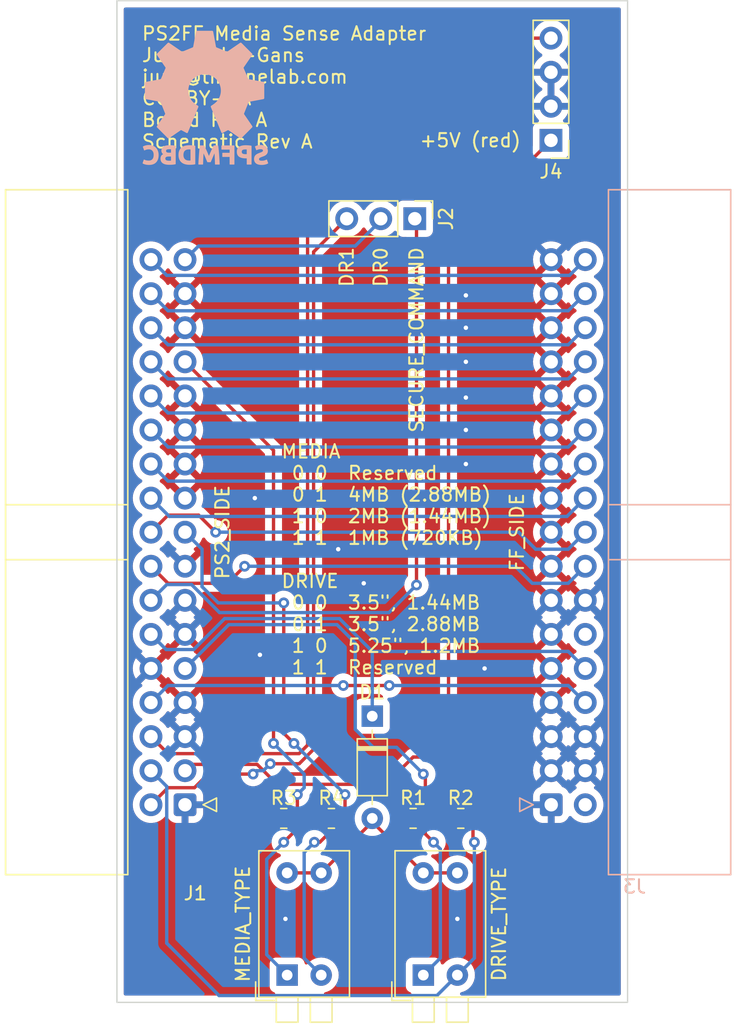
<source format=kicad_pcb>
(kicad_pcb (version 20211014) (generator pcbnew)

  (general
    (thickness 1.6)
  )

  (paper "A4")
  (layers
    (0 "F.Cu" signal)
    (31 "B.Cu" signal)
    (36 "B.SilkS" user "B.Silkscreen")
    (37 "F.SilkS" user "F.Silkscreen")
    (38 "B.Mask" user)
    (39 "F.Mask" user)
    (40 "Dwgs.User" user "User.Drawings")
    (41 "Cmts.User" user "User.Comments")
    (44 "Edge.Cuts" user)
    (45 "Margin" user)
    (46 "B.CrtYd" user "B.Courtyard")
    (47 "F.CrtYd" user "F.Courtyard")
  )

  (setup
    (stackup
      (layer "F.SilkS" (type "Top Silk Screen"))
      (layer "F.Paste" (type "Top Solder Paste"))
      (layer "F.Mask" (type "Top Solder Mask") (thickness 0.01))
      (layer "F.Cu" (type "copper") (thickness 0.035))
      (layer "dielectric 1" (type "core") (thickness 1.51) (material "FR4") (epsilon_r 4.5) (loss_tangent 0.02))
      (layer "B.Cu" (type "copper") (thickness 0.035))
      (layer "B.Mask" (type "Bottom Solder Mask") (thickness 0.01))
      (layer "B.Paste" (type "Bottom Solder Paste"))
      (layer "B.SilkS" (type "Bottom Silk Screen"))
      (copper_finish "None")
      (dielectric_constraints no)
    )
    (pad_to_mask_clearance 0.0508)
    (pcbplotparams
      (layerselection 0x00010fc_ffffffff)
      (disableapertmacros false)
      (usegerberextensions false)
      (usegerberattributes true)
      (usegerberadvancedattributes true)
      (creategerberjobfile true)
      (svguseinch false)
      (svgprecision 6)
      (excludeedgelayer true)
      (plotframeref false)
      (viasonmask false)
      (mode 1)
      (useauxorigin false)
      (hpglpennumber 1)
      (hpglpenspeed 20)
      (hpglpendiameter 15.000000)
      (dxfpolygonmode true)
      (dxfimperialunits true)
      (dxfusepcbnewfont true)
      (psnegative false)
      (psa4output false)
      (plotreference true)
      (plotvalue true)
      (plotinvisibletext false)
      (sketchpadsonfab false)
      (subtractmaskfromsilk false)
      (outputformat 1)
      (mirror false)
      (drillshape 1)
      (scaleselection 1)
      (outputdirectory "")
    )
  )

  (net 0 "")
  (net 1 "/~{DRIVE_SELECT}")
  (net 2 "Net-(D1-Pad2)")
  (net 3 "GND")
  (net 4 "/DATA_RATE_1")
  (net 5 "+5V")
  (net 6 "/DRIVE1_STATUS1")
  (net 7 "+12V")
  (net 8 "/~{FF_O_INDEX}")
  (net 9 "/DRIVE0_STATUS0")
  (net 10 "/~{SECURITY_COMMAND}")
  (net 11 "/~{FF_I_MO}")
  (net 12 "/MEDIA1_STATUS3")
  (net 13 "/~{DIRECTION_IN}")
  (net 14 "/~{FF_I_STEP}")
  (net 15 "/~{FF_I_WD}")
  (net 16 "/~{FF_I_WG}")
  (net 17 "/~{FF_O_TZ}")
  (net 18 "/MEDIA0_STATUS2")
  (net 19 "/~{FF_O_WP}")
  (net 20 "/~{FF_O_RD}")
  (net 21 "/~{FF_I_SS}")
  (net 22 "/DATA_RATE_0")
  (net 23 "/~{DISKETTE_CHANGE}")
  (net 24 "/~{FF_O_DENSITY}")
  (net 25 "/~{FF_I_DS1}")

  (footprint "Connector_IDC:IDC-Header_2x17_P2.54mm_Horizontal" (layer "F.Cu") (at 114.3 114.3 180))

  (footprint "Button_Switch_THT:SW_DIP_SPSTx02_Piano_10.8x6.64mm_W7.62mm_P2.54mm" (layer "F.Cu") (at 121.92 127 90))

  (footprint "Connector_PinHeader_2.54mm:PinHeader_1x03_P2.54mm_Vertical" (layer "F.Cu") (at 131.445 70.612 -90))

  (footprint "Resistor_SMD:R_0805_2012Metric" (layer "F.Cu") (at 134.874 115.316 180))

  (footprint "Button_Switch_THT:SW_DIP_SPSTx02_Piano_10.8x6.64mm_W7.62mm_P2.54mm" (layer "F.Cu") (at 132.08 127 90))

  (footprint "Diode_THT:D_DO-35_SOD27_P7.62mm_Horizontal" (layer "F.Cu") (at 128.27 107.696 -90))

  (footprint "Resistor_SMD:R_0805_2012Metric" (layer "F.Cu") (at 125.222 115.316 180))

  (footprint "Resistor_SMD:R_0805_2012Metric" (layer "F.Cu") (at 121.666 115.316 180))

  (footprint "Resistor_SMD:R_0805_2012Metric" (layer "F.Cu") (at 131.318 115.316 180))

  (footprint "Connector_PinHeader_2.54mm:PinHeader_1x04_P2.54mm_Vertical" (layer "F.Cu") (at 141.605 64.77 180))

  (footprint "Connector_IDC:IDC-Header_2x17_P2.54mm_Horizontal" (layer "B.Cu") (at 141.6225 114.3))

  (gr_poly
    (pts
      (xy 116.438655 65.20795)
      (xy 116.418749 65.24646)
      (xy 116.397479 65.288814)
      (xy 116.374845 65.335012)
      (xy 116.351281 65.384126)
      (xy 116.32722 65.435223)
      (xy 116.302663 65.488305)
      (xy 116.277611 65.543371)
      (xy 116.252372 65.59974)
      (xy 116.227257 65.656729)
      (xy 116.202266 65.714338)
      (xy 116.177399 65.772568)
      (xy 116.084134 65.992833)
      (xy 115.990868 65.772568)
      (xy 115.966002 65.714338)
      (xy 115.941011 65.656729)
      (xy 115.915896 65.59974)
      (xy 115.890658 65.543371)
      (xy 115.865605 65.488305)
      (xy 115.841048 65.435223)
      (xy 115.816987 65.384126)
      (xy 115.793423 65.335012)
      (xy 115.770789 65.288814)
      (xy 115.749519 65.24646)
      (xy 115.729613 65.20795)
      (xy 115.711072 65.173286)
      (xy 115.429291 65.173286)
      (xy 115.419554 65.243793)
      (xy 115.41019 65.318393)
      (xy 115.401199 65.397086)
      (xy 115.392579 65.479872)
      (xy 115.384394 65.565572)
      (xy 115.376704 65.653008)
      (xy 115.369511 65.742181)
      (xy 115.362814 65.83309)
      (xy 115.350412 66.016893)
      (xy 115.339001 66.201192)
      (xy 115.328831 66.380282)
      (xy 115.32015 66.548457)
      (xy 115.621775 66.548457)
      (xy 115.62872 66.339106)
      (xy 115.63765 66.111895)
      (xy 115.643231 65.993577)
      (xy 115.650052 65.874762)
      (xy 115.658114 65.755451)
      (xy 115.667415 65.635645)
      (xy 115.746791 65.820192)
      (xy 115.790199 65.921395)
      (xy 115.833111 66.022598)
      (xy 115.87503 66.121569)
      (xy 115.915462 66.216075)
      (xy 115.982931 66.373833)
      (xy 116.199228 66.373833)
      (xy 116.229986 66.301651)
      (xy 116.266697 66.216075)
      (xy 116.307128 66.121569)
      (xy 116.349048 66.022598)
      (xy 116.39196 65.921395)
      (xy 116.435368 65.820192)
      (xy 116.514744 65.635645)
      (xy 116.524045 65.755451)
      (xy 116.532107 65.874762)
      (xy 116.538928 65.993577)
      (xy 116.544509 66.111895)
      (xy 116.553439 66.339106)
      (xy 116.560384 66.548457)
      (xy 116.862009 66.548457)
      (xy 116.853327 66.380282)
      (xy 116.843158 66.201192)
      (xy 116.831747 66.016893)
      (xy 116.819345 65.83309)
      (xy 116.812648 65.742181)
      (xy 116.805454 65.653008)
      (xy 116.797765 65.565572)
      (xy 116.78958 65.479872)
      (xy 116.78096 65.397086)
      (xy 116.771968 65.318393)
      (xy 116.762604 65.243793)
      (xy 116.752868 65.173286)
      (xy 116.457196 65.173286)
    ) (layer "B.SilkS") (width 0.05) (fill solid) (tstamp 2c9c5480-28f2-4854-8287-ab099157be19))
  (gr_poly
    (pts
      (xy 119.915559 65.142001)
      (xy 119.8826 65.143396)
      (xy 119.850819 65.145721)
      (xy 119.820216 65.148977)
      (xy 119.790791 65.153162)
      (xy 119.762545 65.158278)
      (xy 119.735477 65.164324)
      (xy 119.709587 65.171301)
      (xy 119.684844 65.178835)
      (xy 119.661218 65.186556)
      (xy 119.638708 65.194462)
      (xy 119.617314 65.202555)
      (xy 119.597036 65.210833)
      (xy 119.577874 65.219298)
      (xy 119.559829 65.227949)
      (xy 119.5429 65.236786)
      (xy 119.632196 65.480863)
      (xy 119.646785 65.47353)
      (xy 119.661776 65.466415)
      (xy 119.67717 65.459516)
      (xy 119.692968 65.452834)
      (xy 119.709168 65.446369)
      (xy 119.725772 65.440122)
      (xy 119.742779 65.434091)
      (xy 119.760189 65.428278)
      (xy 119.769107 65.425515)
      (xy 119.77825 65.42293)
      (xy 119.787617 65.420523)
      (xy 119.79721 65.418294)
      (xy 119.807027 65.416244)
      (xy 119.817069 65.414372)
      (xy 119.827336 65.412678)
      (xy 119.837827 65.411163)
      (xy 119.859485 65.408667)
      (xy 119.882042 65.406884)
      (xy 119.905498 65.405814)
      (xy 119.929853 65.405457)
      (xy 119.956657 65.405938)
      (xy 119.969327 65.406539)
      (xy 119.981508 65.40738)
      (xy 119.993202 65.408461)
      (xy 120.004406 65.409783)
      (xy 120.015123 65.411345)
      (xy 120.025351 65.413147)
      (xy 120.03509 65.41519)
      (xy 120.044342 65.417472)
      (xy 120.053105 65.419995)
      (xy 120.061379 65.422759)
      (xy 120.069166 65.425763)
      (xy 120.076464 65.429007)
      (xy 120.083273 65.432491)
      (xy 120.089595 65.436215)
      (xy 120.092586 65.43817)
      (xy 120.095482 65.440188)
      (xy 120.098283 65.44227)
      (xy 120.100989 65.444416)
      (xy 120.103601 65.446626)
      (xy 120.106117 65.448901)
      (xy 120.108538 65.451239)
      (xy 120.110865 65.453641)
      (xy 120.113096 65.456106)
      (xy 120.115233 65.458636)
      (xy 120.117274 65.46123)
      (xy 120.119221 65.463888)
      (xy 120.121073 65.46661)
      (xy 120.122829 65.469395)
      (xy 120.124491 65.472245)
      (xy 120.126058 65.475159)
      (xy 120.12753 65.478136)
      (xy 120.128906 65.481178)
      (xy 120.130188 65.484283)
      (xy 120.131375 65.487453)
      (xy 120.132467 65.490686)
      (xy 120.133464 65.493983)
      (xy 120.134366 65.497345)
      (xy 120.135173 65.50077)
      (xy 120.135886 65.504259)
      (xy 120.136503 65.507812)
      (xy 120.137452 65.51511)
      (xy 120.138022 65.522664)
      (xy 120.138212 65.530474)
      (xy 120.138142 65.53514)
      (xy 120.137933 65.539713)
      (xy 120.137584 65.544193)
      (xy 120.137096 65.54858)
      (xy 120.136468 65.552875)
      (xy 120.135701 65.557076)
      (xy 120.134794 65.561184)
      (xy 120.133747 65.5652)
      (xy 120.132561 65.569122)
      (xy 120.131236 65.572951)
      (xy 120.129771 65.576688)
      (xy 120.128166 65.580331)
      (xy 120.126422 65.583881)
      (xy 120.124538 65.587338)
      (xy 120.122515 65.590703)
      (xy 120.120353 65.593974)
      (xy 120.118062 65.597179)
      (xy 120.115655 65.600346)
      (xy 120.113132 65.603473)
      (xy 120.110493 65.606562)
      (xy 120.107737 65.609612)
      (xy 120.104865 65.612624)
      (xy 120.101877 65.615596)
      (xy 120.098773 65.61853)
      (xy 120.095552 65.621425)
      (xy 120.092215 65.624282)
      (xy 120.088762 65.627099)
      (xy 120.085192 65.629878)
      (xy 120.081506 65.632618)
      (xy 120.077704 65.635319)
      (xy 120.073786 65.637982)
      (xy 120.069751 65.640606)
      (xy 120.061411 65.645753)
      (xy 120.05276 65.650776)
      (xy 120.043799 65.655675)
      (xy 120.034528 65.66045)
      (xy 120.024948 65.665101)
      (xy 120.015057 65.669628)
      (xy 120.004856 65.674031)
      (xy 119.994345 65.678309)
      (xy 119.972455 65.686805)
      (xy 119.949448 65.695425)
      (xy 119.925326 65.704168)
      (xy 119.900087 65.713035)
      (xy 119.873732 65.722942)
      (xy 119.848245 65.732817)
      (xy 119.823627 65.742662)
      (xy 119.799876 65.752475)
      (xy 119.776994 65.762257)
      (xy 119.75498 65.772008)
      (xy 119.733834 65.781729)
      (xy 119.713556 65.791418)
      (xy 119.694131 65.801293)
      (xy 119.675543 65.811572)
      (xy 119.666562 65.816862)
      (xy 119.657792 65.822253)
      (xy 119.64923 65.827745)
      (xy 119.640878 65.833338)
      (xy 119.632735 65.839031)
      (xy 119.624801 65.844825)
      (xy 119.617077 65.85072)
      (xy 119.609562 65.856716)
      (xy 119.602256 65.862813)
      (xy 119.59516 65.86901)
      (xy 119.588273 65.875308)
      (xy 119.581595 65.881707)
      (xy 119.575126 65.888226)
      (xy 119.568867 65.894885)
      (xy 119.562817 65.901683)
      (xy 119.556976 65.90862)
      (xy 119.551345 65.915697)
      (xy 119.545923 65.922914)
      (xy 119.54071 65.93027)
      (xy 119.535706 65.937766)
      (xy 119.530912 65.945401)
      (xy 119.526327 65.953176)
      (xy 119.521951 65.96109)
      (xy 119.517785 65.969144)
      (xy 119.513828 65.977337)
      (xy 119.51008 65.98567)
      (xy 119.506541 65.994142)
      (xy 119.503212 66.002754)
      (xy 119.500088 66.011552)
      (xy 119.497166 66.020582)
      (xy 119.494445 66.029845)
      (xy 119.491926 66.039341)
      (xy 119.489608 66.049069)
      (xy 119.487492 66.05903)
      (xy 119.485577 66.069223)
      (xy 119.483864 66.079649)
      (xy 119.482353 66.090307)
      (xy 119.481043 66.101198)
      (xy 119.479934 66.112322)
      (xy 119.479027 66.123677)
      (xy 119.478322 66.135266)
      (xy 119.477818 66.147087)
      (xy 119.477516 66.159141)
      (xy 119.477415 66.171427)
      (xy 119.477942 66.19515)
      (xy 119.479524 66.218199)
      (xy 119.482159 66.240574)
      (xy 119.485849 66.262274)
      (xy 119.490593 66.2833)
      (xy 119.496391 66.303651)
      (xy 119.503243 66.323328)
      (xy 119.51115 66.342331)
      (xy 119.52011 66.360659)
      (xy 119.530125 66.378313)
      (xy 119.541194 66.395293)
      (xy 119.553317 66.411598)
      (xy 119.566495 66.427229)
      (xy 119.580727 66.442185)
      (xy 119.596013 66.456467)
      (xy 119.612353 66.470075)
      (xy 119.629755 66.48293)
      (xy 119.648226 66.494957)
      (xy 119.667768 66.506154)
      (xy 119.688379 66.516521)
      (xy 119.71006 66.526059)
      (xy 119.73281 66.534768)
      (xy 119.756631 66.542648)
      (xy 119.781521 66.549698)
      (xy 119.80748 66.555918)
      (xy 119.83451 66.561309)
      (xy 119.862609 66.565871)
      (xy 119.891778 66.569603)
      (xy 119.922016 66.572506)
      (xy 119.953324 66.57458)
      (xy 119.985702 66.575824)
      (xy 120.01915 66.576239)
      (xy 120.041691 66.576068)
      (xy 120.063674 66.575557)
      (xy 120.085099 66.574704)
      (xy 120.105966 66.57351)
      (xy 120.126275 66.571976)
      (xy 120.146026 66.5701)
      (xy 120.165218 66.567883)
      (xy 120.183853 66.565325)
      (xy 120.201945 66.562519)
      (xy 120.219509 66.559558)
      (xy 120.236547 66.556442)
      (xy 120.253058 66.553171)
      (xy 120.269041 66.549744)
      (xy 120.284498 66.546163)
      (xy 120.299427 66.542427)
      (xy 120.313829 66.538536)
      (xy 120.32772 66.534536)
      (xy 120.341114 66.530474)
      (xy 120.354013 66.52635)
      (xy 120.366415 66.522164)
      (xy 120.378321 66.517916)
      (xy 120.389732 66.513607)
      (xy 120.400646 66.509235)
      (xy 120.411064 66.504801)
      (xy 120.421032 66.500367)
      (xy 120.430597 66.495995)
      (xy 120.43976 66.491686)
      (xy 120.448519 66.487438)
      (xy 120.456875 66.483252)
      (xy 120.464828 66.479129)
      (xy 120.472378 66.475067)
      (xy 120.479525 66.471067)
      (xy 120.392212 66.225004)
      (xy 120.376383 66.233329)
      (xy 120.359656 66.241437)
      (xy 120.342029 66.249328)
      (xy 120.323503 66.257002)
      (xy 120.304078 66.264459)
      (xy 120.283753 66.271699)
      (xy 120.26253 66.278721)
      (xy 120.240407 66.285527)
      (xy 120.228962 66.288771)
      (xy 120.217199 66.291806)
      (xy 120.205119 66.294631)
      (xy 120.19272 66.297247)
      (xy 120.16697 66.301852)
      (xy 120.139948 66.305619)
      (xy 120.111656 66.308549)
      (xy 120.082091 66.310642)
      (xy 120.051256 66.311898)
      (xy 120.01915 66.312317)
      (xy 120.003135 66.312146)
      (xy 119.987834 66.311635)
      (xy 119.973245 66.310782)
      (xy 119.95937 66.309588)
      (xy 119.946208 66.308053)
      (xy 119.933759 66.306178)
      (xy 119.922024 66.303961)
      (xy 119.911001 66.301403)
      (xy 119.900599 66.29855)
      (xy 119.890723 66.29545)
      (xy 119.885983 66.293806)
      (xy 119.881375 66.292101)
      (xy 119.876899 66.290334)
      (xy 119.872554 66.288505)
      (xy 119.868341 66.286613)
      (xy 119.86426 66.28466)
      (xy 119.86031 66.282645)
      (xy 119.856493 66.280567)
      (xy 119.852807 66.278428)
      (xy 119.849253 66.276227)
      (xy 119.845831 66.273963)
      (xy 119.84254 66.271638)
      (xy 119.839378 66.269254)
      (xy 119.836339 66.266816)
      (xy 119.833424 66.264324)
      (xy 119.830634 66.261777)
      (xy 119.827967 66.259177)
      (xy 119.825425 66.256522)
      (xy 119.823006 66.253813)
      (xy 119.820712 66.251049)
      (xy 119.818542 66.248231)
      (xy 119.816495 66.24536)
      (xy 119.814573 66.242433)
      (xy 119.812775 66.239453)
      (xy 119.8111 66.236418)
      (xy 119.80955 66.233329)
      (xy 119.808124 66.230186)
      (xy 119.806821 66.226989)
      (xy 119.80562 66.223741)
      (xy 119.804496 66.220447)
      (xy 119.80345 66.217106)
      (xy 119.802481 66.213718)
      (xy 119.801589 66.210284)
      (xy 119.800775 66.206804)
      (xy 119.800039 66.203277)
      (xy 119.79938 66.199703)
      (xy 119.798799 66.196084)
      (xy 119.798295 66.192417)
      (xy 119.797868 66.188704)
      (xy 119.79752 66.184945)
      (xy 119.797248 66.181139)
      (xy 119.797055 66.177286)
      (xy 119.796938 66.173387)
      (xy 119.7969 66.169442)
      (xy 119.797148 66.161097)
      (xy 119.797892 66.152931)
      (xy 119.799132 66.144943)
      (xy 119.800868 66.137133)
      (xy 119.803101 66.129502)
      (xy 119.805829 66.122049)
      (xy 119.809054 66.114774)
      (xy 119.812775 66.107678)
      (xy 119.816991 66.100759)
      (xy 119.821704 66.094019)
      (xy 119.826913 66.087458)
      (xy 119.832618 66.081075)
      (xy 119.838819 66.07487)
      (xy 119.845517 66.068843)
      (xy 119.85271 66.062994)
      (xy 119.860399 66.057324)
      (xy 119.868694 66.051716)
      (xy 119.877701 66.046054)
      (xy 119.887421 66.040337)
      (xy 119.897855 66.034566)
      (xy 119.909001 66.028741)
      (xy 119.920861 66.022862)
      (xy 119.933434 66.016928)
      (xy 119.94672 66.01094)
      (xy 119.975431 65.998801)
      (xy 120.006995 65.986445)
      (xy 120.041412 65.973872)
      (xy 120.078681 65.961082)
      (xy 120.095548 65.95502)
      (xy 120.112415 65.948742)
      (xy 120.129282 65.942246)
      (xy 120.14615 65.935533)
      (xy 120.163017 65.928603)
      (xy 120.179884 65.921457)
      (xy 120.196751 65.914093)
      (xy 120.213618 65.906512)
      (xy 120.230268 65.898575)
      (xy 120.246484 65.890141)
      (xy 120.262266 65.881212)
      (xy 120.277614 65.871786)
      (xy 120.292528 65.861864)
      (xy 120.307008 65.851446)
      (xy 120.321054 65.840532)
      (xy 120.334665 65.829121)
      (xy 120.341285 65.823215)
      (xy 120.34775 65.817153)
      (xy 120.354059 65.810936)
      (xy 120.360214 65.804565)
      (xy 120.366214 65.798038)
      (xy 120.372058 65.791356)
      (xy 120.377748 65.784519)
      (xy 120.383282 65.777527)
      (xy 120.388662 65.77038)
      (xy 120.393886 65.763079)
      (xy 120.398956 65.755622)
      (xy 120.40387 65.74801)
      (xy 120.40863 65.740243)
      (xy 120.413234 65.732321)
      (xy 120.417683 65.724244)
      (xy 120.421978 65.716012)
      (xy 120.426063 65.70759)
      (xy 120.429884 65.698943)
      (xy 120.433442 65.690072)
      (xy 120.436736 65.680976)
      (xy 120.439767 65.671655)
      (xy 120.442535 65.662109)
      (xy 120.445038 65.652338)
      (xy 120.447278 65.642343)
      (xy 120.449255 65.632122)
      (xy 120.450968 65.621677)
      (xy 120.452418 65.611007)
      (xy 120.453604 65.600113)
      (xy 120.454526 65.588993)
      (xy 120.455185 65.577649)
      (xy 120.45558 65.56608)
      (xy 120.455712 65.554286)
      (xy 120.455573 65.542453)
      (xy 120.455154 65.530768)
      (xy 120.454456 65.51923)
      (xy 120.45348 65.507839)
      (xy 120.452224 65.496595)
      (xy 120.450689 65.485499)
      (xy 120.448875 65.47455)
      (xy 120.446782 65.463749)
      (xy 120.44441 65.453094)
      (xy 120.441759 65.442587)
      (xy 120.438829 65.432227)
      (xy 120.43562 65.422015)
      (xy 120.432132 65.411949)
      (xy 120.428365 65.402031)
      (xy 120.424319 65.39226)
      (xy 120.419993 65.382637)
      (xy 120.415412 65.373176)
      (xy 120.410598 65.363894)
      (xy 120.405552 65.35479)
      (xy 120.400274 65.345864)
      (xy 120.394762 65.337117)
      (xy 120.389018 65.328548)
      (xy 120.383042 65.320157)
      (xy 120.376833 65.311944)
      (xy 120.370392 65.30391)
      (xy 120.363718 65.296053)
      (xy 120.356811 65.288376)
      (xy 120.349672 65.280876)
      (xy 120.3423 65.273555)
      (xy 120.334696 65.266412)
      (xy 120.326859 65.259447)
      (xy 120.31879 65.252661)
      (xy 120.310496 65.24606)
      (xy 120.301985 65.239654)
      (xy 120.293257 65.233441)
      (xy 120.284312 65.227422)
      (xy 120.275149 65.221597)
      (xy 120.26577 65.215965)
      (xy 120.256174 65.210528)
      (xy 120.24636 65.205284)
      (xy 120.23633 65.200234)
      (xy 120.226083 65.195377)
      (xy 120.215618 65.190715)
      (xy 120.204937 65.186246)
      (xy 120.194038 65.181971)
      (xy 120.182922 65.17789)
      (xy 120.17159 65.174003)
      (xy 120.16004 65.170309)
      (xy 120.148289 65.166825)
      (xy 120.136352 65.163565)
      (xy 120.111919 65.157721)
      (xy 120.086742 65.152775)
      (xy 120.060821 65.148729)
      (xy 120.034156 65.145582)
      (xy 120.006747 65.143334)
      (xy 119.978594 65.141985)
      (xy 119.949696 65.141536)
    ) (layer "B.SilkS") (width 0.05) (fill solid) (tstamp 3e5418ea-4c8c-43d5-8691-7af1eff1e846))
  (gr_poly
    (pts
      (xy 115.198164 56.626646)
      (xy 115.195645 56.626833)
      (xy 115.19314 56.627141)
      (xy 115.19065 56.627567)
      (xy 115.188181 56.628108)
      (xy 115.185735 56.62876)
      (xy 115.183317 56.629521)
      (xy 115.180929 56.630387)
      (xy 115.178577 56.631356)
      (xy 115.176263 56.632424)
      (xy 115.173992 56.633589)
      (xy 115.171767 56.634846)
      (xy 115.169591 56.636194)
      (xy 115.167469 56.637629)
      (xy 115.165404 56.639147)
      (xy 115.163401 56.640746)
      (xy 115.161462 56.642423)
      (xy 115.159591 56.644175)
      (xy 115.157793 56.645998)
      (xy 115.15607 56.64789)
      (xy 115.154427 56.649847)
      (xy 115.152868 56.651866)
      (xy 115.151396 56.653944)
      (xy 115.150014 56.656079)
      (xy 115.148727 56.658266)
      (xy 115.147539 56.660504)
      (xy 115.146452 56.662788)
      (xy 115.145471 56.665116)
      (xy 115.1446 56.667485)
      (xy 115.143842 56.669891)
      (xy 115.143201 56.672331)
      (xy 115.14268 56.674803)
      (xy 114.933328 57.799481)
      (xy 114.932799 57.801973)
      (xy 114.932157 57.804474)
      (xy 114.930548 57.809483)
      (xy 114.928528 57.814477)
      (xy 114.926126 57.819423)
      (xy 114.92337 57.824287)
      (xy 114.920289 57.829038)
      (xy 114.91691 57.833643)
      (xy 114.913262 57.838069)
      (xy 114.909372 57.842283)
      (xy 114.90527 57.846253)
      (xy 114.900983 57.849945)
      (xy 114.89654 57.853329)
      (xy 114.891968 57.85637)
      (xy 114.887297 57.859036)
      (xy 114.884932 57.860218)
      (xy 114.882553 57.861295)
      (xy 114.880163 57.862261)
      (xy 114.877766 57.863113)
      (xy 114.123968 58.171683)
      (xy 114.119285 58.173745)
      (xy 114.114319 58.175467)
      (xy 114.109113 58.176852)
      (xy 114.10371 58.177904)
      (xy 114.098156 58.178625)
      (xy 114.092493 58.179019)
      (xy 114.086765 58.179088)
      (xy 114.081015 58.178836)
      (xy 114.075288 58.178264)
      (xy 114.069628 58.177378)
      (xy 114.064077 58.176178)
      (xy 114.05868 58.174669)
      (xy 114.05348 58.172854)
      (xy 114.048521 58.170735)
      (xy 114.043846 58.168315)
      (xy 114.0395 58.165598)
      (xy 113.099899 57.520808)
      (xy 113.097782 57.51943)
      (xy 113.095603 57.518158)
      (xy 113.093366 57.516994)
      (xy 113.091076 57.515936)
      (xy 113.088738 57.514984)
      (xy 113.086356 57.514137)
      (xy 113.083935 57.513396)
      (xy 113.08148 57.512759)
      (xy 113.078996 57.512227)
      (xy 113.076488 57.511798)
      (xy 113.071418 57.511251)
      (xy 113.066307 57.511113)
      (xy 113.061195 57.511383)
      (xy 113.056119 57.512055)
      (xy 113.051118 57.513127)
      (xy 113.04623 57.514595)
      (xy 113.04384 57.515476)
      (xy 113.041493 57.516455)
      (xy 113.039193 57.517532)
      (xy 113.036945 57.518705)
      (xy 113.034755 57.519975)
      (xy 113.032626 57.52134)
      (xy 113.030563 57.522801)
      (xy 113.028572 57.524358)
      (xy 113.026657 57.526009)
      (xy 113.024823 57.527754)
      (xy 112.23352 58.319056)
      (xy 112.231775 58.320891)
      (xy 112.230126 58.322806)
      (xy 112.228571 58.324798)
      (xy 112.227112 58.326862)
      (xy 112.225749 58.328992)
      (xy 112.224483 58.331185)
      (xy 112.22224 58.335736)
      (xy 112.220388 58.340478)
      (xy 112.218928 58.345372)
      (xy 112.217864 58.350379)
      (xy 112.217199 58.355461)
      (xy 112.216935 58.36058)
      (xy 112.217076 58.365696)
      (xy 112.217624 58.370772)
      (xy 112.218582 58.375769)
      (xy 112.219953 58.380649)
      (xy 112.220795 58.383032)
      (xy 112.221741 58.385372)
      (xy 112.222791 58.387664)
      (xy 112.223947 58.389902)
      (xy 112.225208 58.392081)
      (xy 112.226576 58.394198)
      (xy 112.860121 59.317594)
      (xy 112.862845 59.321958)
      (xy 112.865264 59.32664)
      (xy 112.867373 59.331597)
      (xy 112.86917 59.336785)
      (xy 112.870653 59.342163)
      (xy 112.871818 59.347688)
      (xy 112.872662 59.353318)
      (xy 112.873185 59.359009)
      (xy 112.873381 59.36472)
      (xy 112.873249 59.370408)
      (xy 112.872786 59.37603)
      (xy 112.87199 59.381543)
      (xy 112.870857 59.386906)
      (xy 112.869385 59.392076)
      (xy 112.867571 59.39701)
      (xy 112.865412 59.401665)
      (xy 112.532103 60.179275)
      (xy 112.530199 60.18405)
      (xy 112.527859 60.188781)
      (xy 112.525115 60.193441)
      (xy 112.522 60.198)
      (xy 112.518548 60.202431)
      (xy 112.514791 60.206705)
      (xy 112.510763 60.210795)
      (xy 112.506496 60.214672)
      (xy 112.502024 60.218308)
      (xy 112.497379 60.221674)
      (xy 112.492595 60.224743)
      (xy 112.487705 60.227487)
      (xy 112.482742 60.229876)
      (xy 112.477738 60.231884)
      (xy 112.472727 60.233481)
      (xy 112.467743 60.23464)
      (xy 111.380372 60.436847)
      (xy 111.377906 60.43738)
      (xy 111.375471 60.438032)
      (xy 111.37307 60.438799)
      (xy 111.370707 60.439679)
      (xy 111.368383 60.440668)
      (xy 111.366104 60.441761)
      (xy 111.36387 60.442956)
      (xy 111.361687 60.444248)
      (xy 111.357481 60.447111)
      (xy 111.353512 60.45032)
      (xy 111.349804 60.453845)
      (xy 111.346381 60.457658)
      (xy 111.34327 60.46173)
      (xy 111.340494 60.46603)
      (xy 111.338079 60.470529)
      (xy 111.337014 60.472844)
      (xy 111.336049 60.475198)
      (xy 111.335187 60.477588)
      (xy 111.33443 60.480008)
      (xy 111.333782 60.482457)
      (xy 111.333246 60.48493)
      (xy 111.332825 60.487423)
      (xy 111.332522 60.489933)
      (xy 111.332341 60.492456)
      (xy 111.332284 60.494989)
      (xy 111.332416 61.61411)
      (xy 111.33248 61.616638)
      (xy 111.332667 61.619157)
      (xy 111.332976 61.621664)
      (xy 111.333403 61.624156)
      (xy 111.333945 61.626629)
      (xy 111.334599 61.629078)
      (xy 111.335362 61.6315)
      (xy 111.33623 61.633891)
      (xy 111.337201 61.636248)
      (xy 111.338271 61.638566)
      (xy 111.339437 61.640842)
      (xy 111.340697 61.643073)
      (xy 111.342047 61.645253)
      (xy 111.343483 61.64738)
      (xy 111.345004 61.64945)
      (xy 111.346604 61.651458)
      (xy 111.348283 61.653402)
      (xy 111.350036 61.655276)
      (xy 111.35186 61.657079)
      (xy 111.353752 61.658805)
      (xy 111.355709 61.660451)
      (xy 111.357728 61.662013)
      (xy 111.359806 61.663487)
      (xy 111.36194 61.66487)
      (xy 111.364126 61.666158)
      (xy 111.366361 61.667346)
      (xy 111.368643 61.668432)
      (xy 111.370968 61.669411)
      (xy 111.373333 61.67028)
      (xy 111.375734 61.671035)
      (xy 111.37817 61.671671)
      (xy 111.380636 61.672186)
      (xy 112.441285 61.869565)
      (xy 112.443782 61.870077)
      (xy 112.446284 61.870705)
      (xy 112.448788 61.871444)
      (xy 112.451289 61.872293)
      (xy 112.456267 61.8743)
      (xy 112.461188 61.876697)
      (xy 112.466019 61.879456)
      (xy 112.470729 61.882546)
      (xy 112.475286 61.88594)
      (xy 112.479658 61.889608)
      (xy 112.483814 61.893521)
      (xy 112.487723 61.897649)
      (xy 112.491351 61.901965)
      (xy 112.494668 61.906438)
      (xy 112.497643 61.91104)
      (xy 112.500242 61.915741)
      (xy 112.502435 61.920513)
      (xy 112.503369 61.922917)
      (xy 112.50419 61.925327)
      (xy 112.835315 62.75248)
      (xy 112.837364 62.757185)
      (xy 112.839072 62.762168)
      (xy 112.840442 62.767385)
      (xy 112.841479 62.772794)
      (xy 112.842184 62.778351)
      (xy 112.842563 62.784014)
      (xy 112.842618 62.789739)
      (xy 112.842352 62.795483)
      (xy 112.841769 62.801203)
      (xy 112.840873 62.806856)
      (xy 112.839666 62.812398)
      (xy 112.838153 62.817788)
      (xy 112.836336 62.82298)
      (xy 112.834219 62.827933)
      (xy 112.831805 62.832604)
      (xy 112.829098 62.836948)
      (xy 112.226577 63.714902)
      (xy 112.225198 63.717019)
      (xy 112.223926 63.719199)
      (xy 112.222762 63.721438)
      (xy 112.221704 63.723731)
      (xy 112.220752 63.726072)
      (xy 112.219905 63.728458)
      (xy 112.219164 63.730882)
      (xy 112.218527 63.733341)
      (xy 112.217995 63.73583)
      (xy 112.217566 63.738343)
      (xy 112.217019 63.743425)
      (xy 112.216882 63.748547)
      (xy 112.217151 63.753672)
      (xy 112.217823 63.75876)
      (xy 112.218895 63.763773)
      (xy 112.220363 63.768673)
      (xy 112.221244 63.771067)
      (xy 112.222223 63.773419)
      (xy 112.223299 63.775724)
      (xy 112.224473 63.777975)
      (xy 112.225742 63.78017)
      (xy 112.227108 63.782302)
      (xy 112.228569 63.784366)
      (xy 112.230125 63.786359)
      (xy 112.231776 63.788275)
      (xy 112.233521 63.79011)
      (xy 113.024956 64.581412)
      (xy 113.026779 64.583145)
      (xy 113.028684 64.584785)
      (xy 113.030666 64.586331)
      (xy 113.032721 64.587783)
      (xy 113.034844 64.589139)
      (xy 113.03703 64.590401)
      (xy 113.04157 64.592637)
      (xy 113.046305 64.594486)
      (xy 113.051193 64.595946)
      (xy 113.056198 64.597014)
      (xy 113.061279 64.597684)
      (xy 113.066398 64.597955)
      (xy 113.071516 64.597822)
      (xy 113.076595 64.597283)
      (xy 113.081595 64.596332)
      (xy 113.086477 64.594968)
      (xy 113.088862 64.59413)
      (xy 113.091203 64.593187)
      (xy 113.093496 64.592139)
      (xy 113.095735 64.590985)
      (xy 113.097915 64.589724)
      (xy 113.100032 64.588358)
      (xy 113.962507 63.996419)
      (xy 113.966843 63.99372)
      (xy 113.971486 63.991354)
      (xy 113.976396 63.98932)
      (xy 113.981528 63.987621)
      (xy 113.986843 63.986257)
      (xy 113.992296 63.985229)
      (xy 113.997847 63.984537)
      (xy 114.003452 63.984182)
      (xy 114.009069 63.984165)
      (xy 114.014657 63.984487)
      (xy 114.020172 63.985148)
      (xy 114.025573 63.98615)
      (xy 114.030818 63.987493)
      (xy 114.035864 63.989177)
      (xy 114.040668 63.991204)
      (xy 114.04519 63.993575)
      (xy 114.425528 64.196642)
      (xy 114.427802 64.197724)
      (xy 114.430096 64.198674)
      (xy 114.432404 64.199496)
      (xy 114.434723 64.200189)
      (xy 114.437049 64.200757)
      (xy 114.439378 64.201199)
      (xy 114.441706 64.201518)
      (xy 114.444029 64.201715)
      (xy 114.446344 64.201791)
      (xy 114.448646 64.201749)
      (xy 114.450931 64.201588)
      (xy 114.453195 64.201312)
      (xy 114.455435 64.200921)
      (xy 114.457646 64.200416)
      (xy 114.459824 64.1998)
      (xy 114.461966 64.199073)
      (xy 114.464068 64.198238)
      (xy 114.466125 64.197295)
      (xy 114.468133 64.196246)
      (xy 114.470089 64.195092)
      (xy 114.471989 64.193836)
      (xy 114.473829 64.192477)
      (xy 114.475604 64.191019)
      (xy 114.477311 64.189462)
      (xy 114.478946 64.187807)
      (xy 114.480505 64.186057)
      (xy 114.481983 64.184212)
      (xy 114.483378 64.182274)
      (xy 114.484684 64.180245)
      (xy 114.485899 64.178126)
      (xy 114.487017 64.175919)
      (xy 114.488036 64.173624)
      (xy 115.272195 62.278678)
      (xy 115.273102 62.276321)
      (xy 115.273888 62.273928)
      (xy 115.274556 62.271503)
      (xy 115.275107 62.269052)
      (xy 115.275543 62.266579)
      (xy 115.275864 62.264088)
      (xy 115.276072 62.261583)
      (xy 115.27617 62.25907)
      (xy 115.276158 62.256552)
      (xy 115.276038 62.254035)
      (xy 115.275812 62.251523)
      (xy 115.275481 62.249019)
      (xy 115.275046 62.24653)
      (xy 115.27451 62.244059)
      (xy 115.273873 62.24161)
      (xy 115.273138 62.239189)
      (xy 115.272305 62.236799)
      (xy 115.271376 62.234446)
      (xy 115.270353 62.232134)
      (xy 115.269238 62.229867)
      (xy 115.268031 62.22765)
      (xy 115.266735 62.225487)
      (xy 115.26535 62.223383)
      (xy 115.263879 62.221342)
      (xy 115.262323 62.219369)
      (xy 115.260683 62.217468)
      (xy 115.258962 62.215644)
      (xy 115.25716 62.213902)
      (xy 115.255278 62.212245)
      (xy 115.25332 62.210679)
      (xy 115.251285 62.209208)
      (xy 115.249176 62.207836)
      (xy 115.153992 62.149561)
      (xy 115.147141 62.145198)
      (xy 115.139827 62.140218)
      (xy 115.132187 62.13473)
      (xy 115.124359 62.128841)
      (xy 115.116482 62.122661)
      (xy 115.108693 62.116298)
      (xy 115.10113 62.109861)
      (xy 115.093932 62.103458)
      (xy 115.030922 62.060329)
      (xy 114.970788 62.013501)
      (xy 114.913693 61.963138)
      (xy 114.859803 61.909402)
      (xy 114.80928 61.852458)
      (xy 114.762289 61.792467)
      (xy 114.718995 61.729594)
      (xy 114.679561 61.664001)
      (xy 114.644152 61.595852)
      (xy 114.612931 61.52531)
      (xy 114.586064 61.452537)
      (xy 114.563713 61.377698)
      (xy 114.546043 61.300954)
      (xy 114.533219 61.22247)
      (xy 114.525404 61.142409)
      (xy 114.522763 61.060933)
      (xy 114.524373 60.997243)
      (xy 114.529152 60.934388)
      (xy 114.537023 60.872448)
      (xy 114.547907 60.811499)
      (xy 114.561726 60.75162)
      (xy 114.578403 60.692888)
      (xy 114.597861 60.635381)
      (xy 114.620021 60.579177)
      (xy 114.644805 60.524353)
      (xy 114.672136 60.470988)
      (xy 114.701936 60.419159)
      (xy 114.734128 60.368943)
      (xy 114.768632 60.320419)
      (xy 114.805373 60.273665)
      (xy 114.844271 60.228757)
      (xy 114.88525 60.185774)
      (xy 114.928231 60.144794)
      (xy 114.973137 60.105895)
      (xy 115.019889 60.069153)
      (xy 115.068411 60.034647)
      (xy 115.118624 60.002455)
      (xy 115.17045 59.972654)
      (xy 115.223812 59.945323)
      (xy 115.278633 59.920538)
      (xy 115.334833 59.898378)
      (xy 115.392336 59.87892)
      (xy 115.451064 59.862243)
      (xy 115.510938 59.848423)
      (xy 115.571882 59.837539)
      (xy 115.633817 59.829669)
      (xy 115.696666 59.824889)
      (xy 115.760351 59.823279)
      (xy 115.824036 59.824889)
      (xy 115.886885 59.829669)
      (xy 115.948821 59.837539)
      (xy 116.009766 59.848423)
      (xy 116.069642 59.862243)
      (xy 116.128372 59.87892)
      (xy 116.185877 59.898378)
      (xy 116.24208 59.920538)
      (xy 116.296902 59.945323)
      (xy 116.350267 59.972654)
      (xy 116.402096 60.002455)
      (xy 116.452312 60.034647)
      (xy 116.500837 60.069153)
      (xy 116.547592 60.105895)
      (xy 116.592501 60.144794)
      (xy 116.635485 60.185774)
      (xy 116.676467 60.228757)
      (xy 116.715368 60.273665)
      (xy 116.752112 60.320419)
      (xy 116.78662 60.368943)
      (xy 116.818814 60.419159)
      (xy 116.848617 60.470988)
      (xy 116.87595 60.524353)
      (xy 116.900737 60.579177)
      (xy 116.922899 60.635381)
      (xy 116.942359 60.692888)
      (xy 116.959038 60.75162)
      (xy 116.972859 60.811499)
      (xy 116.983744 60.872448)
      (xy 116.991615 60.934388)
      (xy 116.996395 60.997243)
      (xy 116.998006 61.060933)
      (xy 116.997342 61.101838)
      (xy 116.995363 61.142409)
      (xy 116.992091 61.182627)
      (xy 116.987546 61.22247)
      (xy 116.981749 61.26192)
      (xy 116.974719 61.300954)
      (xy 116.966478 61.339554)
      (xy 116.957046 61.377698)
      (xy 116.946443 61.415366)
      (xy 116.934691 61.452537)
      (xy 116.92181 61.489192)
      (xy 116.907819 61.52531)
      (xy 116.892741 61.56087)
      (xy 116.876595 61.595852)
      (xy 116.841182 61.664002)
      (xy 116.801746 61.729594)
      (xy 116.75845 61.792468)
      (xy 116.711459 61.852458)
      (xy 116.660938 61.909403)
      (xy 116.60705 61.963138)
      (xy 116.549961 62.013501)
      (xy 116.489835 62.060329)
      (xy 116.426836 62.103458)
      (xy 116.419597 62.109861)
      (xy 116.412008 62.116298)
      (xy 116.404204 62.122661)
      (xy 116.396318 62.128841)
      (xy 116.388485 62.13473)
      (xy 116.380839 62.140218)
      (xy 116.373513 62.145198)
      (xy 116.366643 62.149561)
      (xy 116.271459 62.207836)
      (xy 116.269339 62.209208)
      (xy 116.267293 62.210679)
      (xy 116.265325 62.212245)
      (xy 116.263435 62.213902)
      (xy 116.261626 62.215644)
      (xy 116.259897 62.217468)
      (xy 116.256691 62.221342)
      (xy 116.253829 62.225487)
      (xy 116.251322 62.229867)
      (xy 116.249183 62.234446)
      (xy 116.247424 62.239189)
      (xy 116.246056 62.244059)
      (xy 116.245091 62.249019)
      (xy 116.244541 62.254035)
      (xy 116.244419 62.25907)
      (xy 116.244736 62.264088)
      (xy 116.245063 62.266579)
      (xy 116.245504 62.269052)
      (xy 116.246061 62.271503)
      (xy 116.246735 62.273928)
      (xy 116.247528 62.276321)
      (xy 116.24844 62.278678)
      (xy 117.032665 64.173558)
      (xy 117.033684 64.175853)
      (xy 117.034803 64.178061)
      (xy 117.036018 64.180181)
      (xy 117.037326 64.182212)
      (xy 117.038722 64.184151)
      (xy 117.040202 64.185997)
      (xy 117.041763 64.187749)
      (xy 117.043399 64.189405)
      (xy 117.045108 64.190964)
      (xy 117.046886 64.192425)
      (xy 117.048727 64.193785)
      (xy 117.050629 64.195044)
      (xy 117.052587 64.1962)
      (xy 117.054598 64.197251)
      (xy 117.056657 64.198195)
      (xy 117.05876 64.199033)
      (xy 117.060903 64.199761)
      (xy 117.063083 64.200378)
      (xy 117.065295 64.200884)
      (xy 117.067535 64.201275)
      (xy 117.0698 64.201552)
      (xy 117.072085 64.201712)
      (xy 117.074386 64.201755)
      (xy 117.0767 64.201677)
      (xy 117.079022 64.201479)
      (xy 117.081348 64.201158)
      (xy 117.083675 64.200713)
      (xy 117.085998 64.200143)
      (xy 117.088313 64.199446)
      (xy 117.090617 64.19862)
      (xy 117.092905 64.197664)
      (xy 117.095173 64.196577)
      (xy 117.475512 63.993509)
      (xy 117.480022 63.991139)
      (xy 117.484819 63.989114)
      (xy 117.489859 63.987433)
      (xy 117.4951 63.986094)
      (xy 117.5005 63.985096)
      (xy 117.506015 63.984439)
      (xy 117.511605 63.984121)
      (xy 117.517225 63.984141)
      (xy 117.522833 63.984499)
      (xy 117.528387 63.985192)
      (xy 117.533845 63.986221)
      (xy 117.539163 63.987584)
      (xy 117.5443 63.98928)
      (xy 117.549212 63.991307)
      (xy 117.553858 63.993665)
      (xy 117.558194 63.996354)
      (xy 118.420603 64.588293)
      (xy 118.422726 64.589659)
      (xy 118.424911 64.590919)
      (xy 118.427154 64.592073)
      (xy 118.429451 64.593121)
      (xy 118.431795 64.594065)
      (xy 118.434183 64.594903)
      (xy 118.436609 64.595637)
      (xy 118.439069 64.596267)
      (xy 118.441558 64.596793)
      (xy 118.444072 64.597217)
      (xy 118.449152 64.597757)
      (xy 118.45427 64.597889)
      (xy 118.45939 64.597619)
      (xy 118.464471 64.596948)
      (xy 118.469476 64.595881)
      (xy 118.474366 64.594421)
      (xy 118.476755 64.593544)
      (xy 118.479102 64.592571)
      (xy 118.481401 64.591501)
      (xy 118.483647 64.590335)
      (xy 118.485835 64.589074)
      (xy 118.487961 64.587717)
      (xy 118.49002 64.586266)
      (xy 118.492007 64.58472)
      (xy 118.493917 64.58308)
      (xy 118.495745 64.581347)
      (xy 119.28718 63.790044)
      (xy 119.288919 63.78821)
      (xy 119.290564 63.786294)
      (xy 119.292115 63.784301)
      (xy 119.293572 63.782236)
      (xy 119.294933 63.780104)
      (xy 119.296198 63.77791)
      (xy 119.298441 63.773354)
      (xy 119.300296 63.768607)
      (xy 119.30176 63.763708)
      (xy 119.30283 63.758694)
      (xy 119.303501 63.753606)
      (xy 119.303771 63.748482)
      (xy 119.303636 63.743359)
      (xy 119.303093 63.738278)
      (xy 119.302137 63.733276)
      (xy 119.300766 63.728392)
      (xy 119.299924 63.726006)
      (xy 119.298976 63.723665)
      (xy 119.297923 63.721372)
      (xy 119.296763 63.719134)
      (xy 119.295498 63.716953)
      (xy 119.294125 63.714836)
      (xy 118.691669 62.836882)
      (xy 118.688939 62.832538)
      (xy 118.686507 62.827868)
      (xy 118.684376 62.822915)
      (xy 118.682548 62.817722)
      (xy 118.681027 62.812333)
      (xy 118.679815 62.80679)
      (xy 118.678916 62.801137)
      (xy 118.678332 62.795417)
      (xy 118.678067 62.789673)
      (xy 118.678124 62.783949)
      (xy 118.678505 62.778286)
      (xy 118.679214 62.772728)
      (xy 118.680253 62.76732)
      (xy 118.681626 62.762102)
      (xy 118.683336 62.757119)
      (xy 118.685385 62.752415)
      (xy 119.016511 61.925261)
      (xy 119.017327 61.922851)
      (xy 119.018257 61.920447)
      (xy 119.020446 61.915675)
      (xy 119.023046 61.910974)
      (xy 119.026025 61.906372)
      (xy 119.029349 61.901899)
      (xy 119.032988 61.897584)
      (xy 119.036908 61.893455)
      (xy 119.041076 61.889542)
      (xy 119.045461 61.885874)
      (xy 119.050029 61.882481)
      (xy 119.054749 61.87939)
      (xy 119.059588 61.876631)
      (xy 119.064513 61.874234)
      (xy 119.069492 61.872227)
      (xy 119.074492 61.870639)
      (xy 119.076991 61.870012)
      (xy 119.079482 61.8695)
      (xy 120.14013 61.672121)
      (xy 120.142602 61.671606)
      (xy 120.145043 61.670969)
      (xy 120.147449 61.670215)
      (xy 120.149818 61.669346)
      (xy 120.152146 61.668367)
      (xy 120.15443 61.667281)
      (xy 120.156667 61.666092)
      (xy 120.158855 61.664804)
      (xy 120.160989 61.663421)
      (xy 120.163068 61.661947)
      (xy 120.167044 61.658739)
      (xy 120.170759 61.655211)
      (xy 120.174187 61.651392)
      (xy 120.177305 61.647314)
      (xy 120.180087 61.643007)
      (xy 120.182509 61.6385)
      (xy 120.184546 61.633825)
      (xy 120.185413 61.631434)
      (xy 120.186174 61.629012)
      (xy 120.186826 61.626563)
      (xy 120.187367 61.62409)
      (xy 120.187792 61.621599)
      (xy 120.188101 61.619091)
      (xy 120.188288 61.616572)
      (xy 120.188351 61.614045)
      (xy 120.188417 60.494923)
      (xy 120.188354 60.492397)
      (xy 120.188167 60.489879)
      (xy 120.18786 60.487374)
      (xy 120.187435 60.484886)
      (xy 120.186896 60.482417)
      (xy 120.186245 60.479973)
      (xy 120.185486 60.477556)
      (xy 120.184622 60.475171)
      (xy 120.183655 60.47282)
      (xy 120.182589 60.470508)
      (xy 120.181426 60.468238)
      (xy 120.180171 60.466014)
      (xy 120.178825 60.463839)
      (xy 120.177392 60.461718)
      (xy 120.175876 60.459654)
      (xy 120.174278 60.45765)
      (xy 120.172603 60.455711)
      (xy 120.170852 60.45384)
      (xy 120.16903 60.45204)
      (xy 120.167139 60.450316)
      (xy 120.165182 60.448671)
      (xy 120.163163 60.447109)
      (xy 120.161084 60.445633)
      (xy 120.158949 60.444247)
      (xy 120.15676 60.442955)
      (xy 120.154521 60.441761)
      (xy 120.152234 60.440668)
      (xy 120.149903 60.439679)
      (xy 120.147531 60.438799)
      (xy 120.14512 60.438032)
      (xy 120.142674 60.43738)
      (xy 120.140196 60.436847)
      (xy 119.052891 60.23464)
      (xy 119.050392 60.234117)
      (xy 119.047884 60.233481)
      (xy 119.042855 60.231884)
      (xy 119.037837 60.229876)
      (xy 119.032864 60.227487)
      (xy 119.027967 60.224743)
      (xy 119.023179 60.221674)
      (xy 119.018534 60.218308)
      (xy 119.014064 60.214672)
      (xy 119.009801 60.210795)
      (xy 119.005779 60.206705)
      (xy 119.00203 60.202431)
      (xy 118.998588 60.198)
      (xy 118.995484 60.193441)
      (xy 118.992751 60.188781)
      (xy 118.990423 60.18405)
      (xy 118.989421 60.181667)
      (xy 118.988532 60.179275)
      (xy 118.655156 59.401665)
      (xy 118.65301 59.39701)
      (xy 118.651206 59.392076)
      (xy 118.649742 59.386906)
      (xy 118.648615 59.381543)
      (xy 118.647823 59.37603)
      (xy 118.647363 59.370408)
      (xy 118.647231 59.36472)
      (xy 118.647426 59.359009)
      (xy 118.647943 59.353318)
      (xy 118.648781 59.347688)
      (xy 118.649937 59.342163)
      (xy 118.651408 59.336785)
      (xy 118.65319 59.331597)
      (xy 118.655282 59.32664)
      (xy 118.65768 59.321958)
      (xy 118.660382 59.317594)
      (xy 119.293993 58.394198)
      (xy 119.295371 58.392081)
      (xy 119.296642 58.389902)
      (xy 119.297806 58.387664)
      (xy 119.298863 58.385372)
      (xy 119.299813 58.383032)
      (xy 119.300658 58.380649)
      (xy 119.301398 58.378226)
      (xy 119.302033 58.375769)
      (xy 119.302563 58.373283)
      (xy 119.30299 58.370772)
      (xy 119.303533 58.365696)
      (xy 119.303666 58.36058)
      (xy 119.303394 58.355461)
      (xy 119.302719 58.350379)
      (xy 119.301645 58.345372)
      (xy 119.300177 58.340478)
      (xy 119.299296 58.338086)
      (xy 119.298318 58.335736)
      (xy 119.297243 58.333434)
      (xy 119.296072 58.331185)
      (xy 119.294805 58.328992)
      (xy 119.293442 58.326862)
      (xy 119.291985 58.324798)
      (xy 119.290433 58.322806)
      (xy 119.288787 58.320891)
      (xy 119.287048 58.319056)
      (xy 118.495678 57.527754)
      (xy 118.49385 57.526009)
      (xy 118.49194 57.524358)
      (xy 118.489953 57.522802)
      (xy 118.487894 57.52134)
      (xy 118.485768 57.519975)
      (xy 118.48358 57.518705)
      (xy 118.479035 57.516455)
      (xy 118.474299 57.514595)
      (xy 118.469409 57.513127)
      (xy 118.464404 57.512055)
      (xy 118.459323 57.511383)
      (xy 118.454204 57.511114)
      (xy 118.449085 57.511251)
      (xy 118.444005 57.511798)
      (xy 118.439003 57.512759)
      (xy 118.434116 57.514138)
      (xy 118.431728 57.514984)
      (xy 118.429384 57.515936)
      (xy 118.427088 57.516994)
      (xy 118.424845 57.518159)
      (xy 118.422659 57.51943)
      (xy 118.420536 57.520809)
      (xy 117.481001 58.165598)
      (xy 117.476667 58.168315)
      (xy 117.472003 58.170735)
      (xy 117.467052 58.172854)
      (xy 117.461859 58.174669)
      (xy 117.456468 58.176178)
      (xy 117.450921 58.177378)
      (xy 117.445262 58.178264)
      (xy 117.439536 58.178836)
      (xy 117.433786 58.179088)
      (xy 117.428056 58.179019)
      (xy 117.422389 58.178626)
      (xy 117.416829 58.177904)
      (xy 117.411419 58.176853)
      (xy 117.406205 58.175467)
      (xy 117.401228 58.173745)
      (xy 117.396533 58.171684)
      (xy 116.642669 57.863113)
      (xy 116.637871 57.861295)
      (xy 116.633119 57.859036)
      (xy 116.628442 57.85637)
      (xy 116.623867 57.853329)
      (xy 116.619423 57.849945)
      (xy 116.615136 57.846253)
      (xy 116.611036 57.842283)
      (xy 116.607149 57.838069)
      (xy 116.603504 57.833643)
      (xy 116.600129 57.829038)
      (xy 116.597052 57.824287)
      (xy 116.5943 57.819423)
      (xy 116.591902 57.814477)
      (xy 116.589885 57.809483)
      (xy 116.588277 57.804474)
      (xy 116.587107 57.799481)
      (xy 116.377821 56.674803)
      (xy 116.377301 56.672331)
      (xy 116.37666 56.669891)
      (xy 116.375902 56.667485)
      (xy 116.37503 56.665116)
      (xy 116.37405 56.662788)
      (xy 116.372963 56.660504)
      (xy 116.371775 56.658266)
      (xy 116.370488 56.656079)
      (xy 116.369107 56.653944)
      (xy 116.367636 56.651866)
      (xy 116.364435 56.64789)
      (xy 116.360916 56.644175)
      (xy 116.357109 56.640746)
      (xy 116.353045 56.637629)
      (xy 116.348751 56.634846)
      (xy 116.34426 56.632424)
      (xy 116.341949 56.631356)
      (xy 116.3396 56.630387)
      (xy 116.337217 56.629521)
      (xy 116.334802 56.62876)
      (xy 116.332361 56.628108)
      (xy 116.329896 56.627567)
      (xy 116.327412 56.627141)
      (xy 116.324911 56.626833)
      (xy 116.322399 56.626646)
      (xy 116.319878 56.626583)
      (xy 115.20069 56.626583)
    ) (layer "B.SilkS") (width 0.05) (fill solid) (tstamp 4bb177f8-0b02-4459-bef1-7da9502d89cc))
  (gr_poly
    (pts
      (xy 118.788651 65.157833)
      (xy 118.751878 65.1591)
      (xy 118.716221 65.161213)
      (xy 118.681681 65.16417)
      (xy 118.648256 65.167972)
      (xy 118.615948 65.172619)
      (xy 118.584756 65.178111)
      (xy 118.554681 65.184448)
      (xy 118.525721 65.19163)
      (xy 118.497878 65.199656)
      (xy 118.471151 65.208528)
      (xy 118.44554 65.218244)
      (xy 118.421046 65.228806)
      (xy 118.397667 65.240212)
      (xy 118.375405 65.252463)
      (xy 118.354259 65.265559)
      (xy 118.344126 65.272453)
      (xy 118.334314 65.279617)
      (xy 118.324825 65.287049)
      (xy 118.315657 65.294751)
      (xy 118.30681 65.302723)
      (xy 118.298286 65.310964)
      (xy 118.290083 65.319474)
      (xy 118.282201 65.328253)
      (xy 118.274642 65.337302)
      (xy 118.267404 65.346621)
      (xy 118.260488 65.356208)
      (xy 118.253893 65.366065)
      (xy 118.24762 65.376192)
      (xy 118.241669 65.386587)
      (xy 118.236039 65.397252)
      (xy 118.230732 65.408187)
      (xy 118.225746 65.419391)
      (xy 118.221081 65.430864)
      (xy 118.216738 65.442606)
      (xy 118.212717 65.454618)
      (xy 118.209018 65.466899)
      (xy 118.20564 65.47945)
      (xy 118.19985 65.505359)
      (xy 118.195346 65.532346)
      (xy 118.192129 65.56041)
      (xy 118.190199 65.589552)
      (xy 118.189556 65.619771)
      (xy 118.190207 65.650238)
      (xy 118.19216 65.679628)
      (xy 118.195416 65.70794)
      (xy 118.199974 65.735174)
      (xy 118.205834 65.761332)
      (xy 118.212996 65.786411)
      (xy 118.221461 65.810414)
      (xy 118.231228 65.833339)
      (xy 118.242297 65.855186)
      (xy 118.254668 65.875956)
      (xy 118.268342 65.895649)
      (xy 118.283318 65.914264)
      (xy 118.299596 65.931801)
      (xy 118.317176 65.948262)
      (xy 118.336059 65.963645)
      (xy 118.356243 65.97795)
      (xy 118.377637 65.991286)
      (xy 118.400148 66.003762)
      (xy 118.423774 66.015378)
      (xy 118.448517 66.026133)
      (xy 118.474376 66.036028)
      (xy 118.501351 66.045062)
      (xy 118.529442 66.053236)
      (xy 118.55865 66.060549)
      (xy 118.588973 66.067002)
      (xy 118.620413 66.072595)
      (xy 118.652969 66.077327)
      (xy 118.686642 66.081199)
      (xy 118.72143 66.08421)
      (xy 118.757335 66.086361)
      (xy 118.794356 66.087652)
      (xy 118.832493 66.088082)
      (xy 118.929728 66.088082)
      (xy 118.929728 66.548457)
      (xy 119.23929 66.548457)
      (xy 119.23929 65.82416)
      (xy 118.929728 65.82416)
      (xy 118.832493 65.82416)
      (xy 118.79355 65.823478)
      (xy 118.757087 65.821432)
      (xy 118.739786 65.819897)
      (xy 118.723105 65.818021)
      (xy 118.707044 65.815804)
      (xy 118.691603 65.813246)
      (xy 118.676782 65.810347)
      (xy 118.662581 65.807107)
      (xy 118.649001 65.803526)
      (xy 118.63604 65.799604)
      (xy 118.6237 65.79534)
      (xy 118.61198 65.790736)
      (xy 118.60088 65.785791)
      (xy 118.5904 65.780504)
      (xy 118.585394 65.777702)
      (xy 118.580548 65.774753)
      (xy 118.57586 65.771656)
      (xy 118.571331 65.768412)
      (xy 118.566961 65.765021)
      (xy 118.56275 65.761482)
      (xy 118.558698 65.757796)
      (xy 118.554805 65.753963)
      (xy 118.551071 65.749983)
      (xy 118.547495 65.745855)
      (xy 118.544079 65.74158)
      (xy 118.540821 65.737158)
      (xy 118.537723 65.732588)
      (xy 118.534783 65.727871)
      (xy 118.532002 65.723007)
      (xy 118.52938 65.717996)
      (xy 118.526917 65.712837)
      (xy 118.524613 65.707532)
      (xy 118.522468 65.702078)
      (xy 118.520481 65.696478)
      (xy 118.518654 65.69073)
      (xy 118.516986 65.684835)
      (xy 118.515476 65.678793)
      (xy 118.514125 65.672603)
      (xy 118.512933 65.666267)
      (xy 118.511901 65.659783)
      (xy 118.511027 65.653151)
      (xy 118.510312 65.646373)
      (xy 118.509755 65.639447)
      (xy 118.509358 65.632373)
      (xy 118.50904 65.617785)
      (xy 118.509122 65.610669)
      (xy 118.509366 65.603708)
      (xy 118.509773 65.596903)
      (xy 118.510343 65.590252)
      (xy 118.511075 65.583756)
      (xy 118.51197 65.577416)
      (xy 118.513028 65.57123)
      (xy 118.514249 65.565199)
      (xy 118.515633 65.559324)
      (xy 118.517179 65.553603)
      (xy 118.518888 65.548038)
      (xy 118.52076 65.542628)
      (xy 118.522795 65.537372)
      (xy 118.524993 65.532272)
      (xy 118.527353 65.527327)
      (xy 118.529876 65.522536)
      (xy 118.53255 65.517881)
      (xy 118.535364 65.513343)
      (xy 118.538318 65.50892)
      (xy 118.54141 65.504614)
      (xy 118.544643 65.500425)
      (xy 118.548015 65.496351)
      (xy 118.551526 65.492394)
      (xy 118.555177 65.488553)
      (xy 118.558968 65.484828)
      (xy 118.562898 65.48122)
      (xy 118.566967 65.477728)
      (xy 118.571176 65.474352)
      (xy 118.575525 65.471093)
      (xy 118.580013 65.46795)
      (xy 118.58464 65.464923)
      (xy 118.589407 65.462012)
      (xy 118.59431 65.459214)
      (xy 118.599345 65.456524)
      (xy 118.604511 65.453943)
      (xy 118.609809 65.45147)
      (xy 118.615239 65.449106)
      (xy 118.620801 65.446851)
      (xy 118.626494 65.444703)
      (xy 118.63232 65.442665)
      (xy 118.638277 65.440735)
      (xy 118.644365 65.438913)
      (xy 118.650586 65.4372)
      (xy 118.656938 65.435595)
      (xy 118.663422 65.434099)
      (xy 118.670038 65.432712)
      (xy 118.676786 65.431433)
      (xy 118.683665 65.430262)
      (xy 118.697742 65.42817)
      (xy 118.712191 65.426356)
      (xy 118.727011 65.424821)
      (xy 118.742204 65.423566)
      (xy 118.757769 65.422589)
      (xy 118.773706 65.421891)
      (xy 118.790015 65.421473)
      (xy 118.806697 65.421333)
      (xy 118.823502 65.421457)
      (xy 118.840183 65.421829)
      (xy 118.85674 65.422449)
      (xy 118.873173 65.423317)
      (xy 118.903683 65.425301)
      (xy 118.917263 65.426294)
      (xy 118.929728 65.427286)
      (xy 118.929728 65.82416)
      (xy 119.23929 65.82416)
      (xy 119.23929 65.193129)
      (xy 119.213803 65.188354)
      (xy 119.187945 65.183952)
      (xy 119.161714 65.179921)
      (xy 119.135111 65.176262)
      (xy 119.108135 65.172976)
      (xy 119.080788 65.170061)
      (xy 119.053069 65.167518)
      (xy 119.024978 65.165348)
      (xy 118.970159 65.161875)
      (xy 118.918814 65.159395)
      (xy 118.870941 65.157907)
      (xy 118.82654 65.157411)
    ) (layer "B.SilkS") (width 0.05) (fill solid) (tstamp 576166b5-8335-4f1f-963e-a2bf02c11f13))
  (gr_poly
    (pts
      (xy 114.576025 65.158031)
      (xy 114.533407 65.159891)
      (xy 114.491813 65.162992)
      (xy 114.451242 65.167333)
      (xy 114.411694 65.172914)
      (xy 114.373169 65.179735)
      (xy 114.335667 65.187797)
      (xy 114.299189 65.197099)
      (xy 114.281364 65.202238)
      (xy 114.263858 65.207733)
      (xy 114.246669 65.213586)
      (xy 114.229798 65.219795)
      (xy 114.213245 65.22636)
      (xy 114.197009 65.233282)
      (xy 114.181091 65.240561)
      (xy 114.165492 65.248196)
      (xy 114.15021 65.256188)
      (xy 114.135245 65.264536)
      (xy 114.120599 65.273241)
      (xy 114.106271 65.282303)
      (xy 114.09226 65.291721)
      (xy 114.078567 65.301495)
      (xy 114.065192 65.311626)
      (xy 114.052134 65.322114)
      (xy 114.039422 65.332966)
      (xy 114.027081 65.34419)
      (xy 114.015113 65.355786)
      (xy 114.003517 65.367755)
      (xy 113.992293 65.380095)
      (xy 113.981441 65.392807)
      (xy 113.970961 65.405892)
      (xy 113.960853 65.419348)
      (xy 113.951117 65.433177)
      (xy 113.941754 65.447377)
      (xy 113.932762 65.46195)
      (xy 113.924142 65.476895)
      (xy 113.915895 65.492212)
      (xy 113.908019 65.507901)
      (xy 113.900516 65.523962)
      (xy 113.893384 65.540395)
      (xy 113.886656 65.557223)
      (xy 113.880362 65.57447)
      (xy 113.874502 65.592136)
      (xy 113.869076 65.61022)
      (xy 113.864084 65.628723)
      (xy 113.859526 65.647645)
      (xy 113.855402 65.666985)
      (xy 113.851712 65.686743)
      (xy 113.848457 65.70692)
      (xy 113.845635 65.727516)
      (xy 113.843248 65.74853)
      (xy 113.841294 65.769963)
      (xy 113.839775 65.791814)
      (xy 113.83869 65.814084)
      (xy 113.838039 65.836772)
      (xy 113.837822 65.859879)
      (xy 113.83869 65.903815)
      (xy 113.839775 65.925247)
      (xy 113.841294 65.946324)
      (xy 113.843248 65.967043)
      (xy 113.845635 65.987406)
      (xy 113.848457 66.007413)
      (xy 113.851712 66.027063)
      (xy 113.855402 66.046356)
      (xy 113.859526 66.065293)
      (xy 113.864084 66.083873)
      (xy 113.869076 66.102097)
      (xy 113.874502 66.119964)
      (xy 113.880362 66.137475)
      (xy 113.886656 66.154629)
      (xy 113.893384 66.171427)
      (xy 113.900512 66.187867)
      (xy 113.908004 66.203952)
      (xy 113.91586 66.219679)
      (xy 113.92408 66.23505)
      (xy 113.932665 66.250065)
      (xy 113.941614 66.264723)
      (xy 113.950927 66.279024)
      (xy 113.960605 66.292969)
      (xy 113.970647 66.306557)
      (xy 113.981053 66.319789)
      (xy 113.991824 66.332664)
      (xy 114.002959 66.345183)
      (xy 114.014458 66.357345)
      (xy 114.026322 66.369151)
      (xy 114.03855 66.3806)
      (xy 114.051142 66.391692)
      (xy 114.064091 66.402435)
      (xy 114.077388 66.412838)
      (xy 114.091035 66.422899)
      (xy 114.10503 66.432619)
      (xy 114.119374 66.441999)
      (xy 114.134067 66.451037)
      (xy 114.149109 66.459734)
      (xy 114.164499 66.46809)
      (xy 114.180239 66.476105)
      (xy 114.196327 66.483779)
      (xy 114.212764 66.491112)
      (xy 114.22955 66.498104)
      (xy 114.246684 66.504755)
      (xy 114.264168 66.511065)
      (xy 114.282 66.517033)
      (xy 114.300181 66.522661)
      (xy 114.33745 66.532893)
      (xy 114.375836 66.541761)
      (xy 114.415337 66.549264)
      (xy 114.455955 66.555403)
      (xy 114.497688 66.560178)
      (xy 114.540539 66.563589)
      (xy 114.584505 66.565635)
      (xy 114.629587 66.566317)
      (xy 114.672996 66.565883)
      (xy 114.719876 66.564581)
      (xy 114.77023 66.56241)
      (xy 114.824056 66.559371)
      (xy 114.851775 66.557402)
      (xy 114.87937 66.554969)
      (xy 114.906842 66.55207)
      (xy 114.934189 66.548705)
      (xy 114.961412 66.544876)
      (xy 114.988511 66.540582)
      (xy 115.015486 66.535822)
      (xy 115.042337 66.530598)
      (xy 115.042337 66.296442)
      (xy 114.732775 66.296442)
      (xy 114.721427 66.297372)
      (xy 114.70921 66.298179)
      (xy 114.696126 66.298861)
      (xy 114.682173 66.299418)
      (xy 114.667104 66.299852)
      (xy 114.650671 66.300162)
      (xy 114.632874 66.300348)
      (xy 114.613712 66.30041)
      (xy 114.58516 66.299953)
      (xy 114.557545 66.298581)
      (xy 114.530868 66.296294)
      (xy 114.50513 66.293093)
      (xy 114.480329 66.288977)
      (xy 114.456466 66.283946)
      (xy 114.433541 66.278001)
      (xy 114.411554 66.271141)
      (xy 114.390505 66.263366)
      (xy 114.370394 66.254677)
      (xy 114.351221 66.245073)
      (xy 114.332985 66.234554)
      (xy 114.315688 66.223121)
      (xy 114.299329 66.210773)
      (xy 114.283907 66.19751)
      (xy 114.269424 66.183332)
      (xy 114.255847 66.168349)
      (xy 114.243146 66.152668)
      (xy 114.231321 66.136289)
      (xy 114.220372 66.119212)
      (xy 114.210299 66.101438)
      (xy 114.201102 66.082967)
      (xy 114.192781 66.063797)
      (xy 114.185336 66.04393)
      (xy 114.178766 66.023365)
      (xy 114.173073 66.002103)
      (xy 114.168255 65.980143)
      (xy 114.164314 65.957486)
      (xy 114.161248 65.93413)
      (xy 114.159058 65.910078)
      (xy 114.157744 65.885327)
      (xy 114.157306 65.859879)
      (xy 114.157725 65.833253)
      (xy 114.158981 65.807449)
      (xy 114.161074 65.782466)
      (xy 114.164004 65.758304)
      (xy 114.167771 65.734965)
      (xy 114.172375 65.712447)
      (xy 114.177817 65.690751)
      (xy 114.184095 65.669876)
      (xy 114.191211 65.649823)
      (xy 114.199164 65.630591)
      (xy 114.207954 65.612182)
      (xy 114.217582 65.594593)
      (xy 114.228046 65.577827)
      (xy 114.239348 65.561882)
      (xy 114.251486 65.546759)
      (xy 114.264462 65.532457)
      (xy 114.278345 65.519001)
      (xy 114.293205 65.506413)
      (xy 114.309041 65.494693)
      (xy 114.325854 65.483841)
      (xy 114.343644 65.473857)
      (xy 114.36241 65.464741)
      (xy 114.382153 65.456494)
      (xy 114.402873 65.449114)
      (xy 114.424569 65.442603)
      (xy 114.447242 65.43696)
      (xy 114.470892 65.432185)
      (xy 114.495518 65.428279)
      (xy 114.521121 65.42524)
      (xy 114.547701 65.42307)
      (xy 114.575257 65.421767)
      (xy 114.60379 65.421333)
      (xy 114.61979 65.421395)
      (xy 114.636037 65.421581)
      (xy 114.652532 65.421891)
      (xy 114.669275 65.422325)
      (xy 114.677647 65.422619)
      (xy 114.685894 65.423007)
      (xy 114.694018 65.423488)
      (xy 114.702017 65.424061)
      (xy 114.709893 65.424728)
      (xy 114.717644 65.425488)
      (xy 114.725272 65.42634)
      (xy 114.732775 65.427286)
      (xy 114.732775 66.296442)
      (xy 115.042337 66.296442)
      (xy 115.042337 65.191145)
      (xy 115.015409 65.186385)
      (xy 114.988201 65.182029)
      (xy 114.960714 65.178076)
      (xy 114.932949 65.174525)
      (xy 114.904904 65.171378)
      (xy 114.87658 65.168634)
      (xy 114.847977 65.166294)
      (xy 114.819095 65.164356)
      (xy 114.763099 65.161318)
      (xy 114.711195 65.159147)
      (xy 114.663384 65.157845)
      (xy 114.619665 65.157411)
    ) (layer "B.SilkS") (width 0.05) (fill solid) (tstamp 8ecafcf7-0e6f-4960-9c87-85e7da9360fd))
  (gr_poly
    (pts
      (xy 111.581835 65.141737)
      (xy 111.560752 65.142342)
      (xy 111.540164 65.143349)
      (xy 111.520072 65.14476)
      (xy 111.500477 65.146574)
      (xy 111.481377 65.148791)
      (xy 111.462773 65.151411)
      (xy 111.444666 65.154434)
      (xy 111.427085 65.157721)
      (xy 111.410063 65.161131)
      (xy 111.393599 65.164666)
      (xy 111.377693 65.168325)
      (xy 111.362345 65.172108)
      (xy 111.347555 65.176014)
      (xy 111.333324 65.180045)
      (xy 111.31965 65.1842)
      (xy 111.306535 65.188432)
      (xy 111.293977 65.192695)
      (xy 111.281978 65.196989)
      (xy 111.270537 65.201315)
      (xy 111.259654 65.205671)
      (xy 111.249329 65.210058)
      (xy 111.239562 65.214477)
      (xy 111.230353 65.218926)
      (xy 111.213734 65.22736)
      (xy 111.199596 65.234802)
      (xy 111.193456 65.23815)
      (xy 111.187937 65.241251)
      (xy 111.183038 65.244103)
      (xy 111.178759 65.246708)
      (xy 111.268057 65.496739)
      (xy 111.284257 65.48846)
      (xy 111.301109 65.480492)
      (xy 111.318612 65.472833)
      (xy 111.336766 65.465485)
      (xy 111.355571 65.458446)
      (xy 111.375027 65.451718)
      (xy 111.395134 65.4453)
      (xy 111.415892 65.439192)
      (xy 111.437333 65.43361)
      (xy 111.459486 65.428773)
      (xy 111.482353 65.424681)
      (xy 111.505933 65.421332)
      (xy 111.530226 65.418728)
      (xy 111.555232 65.416868)
      (xy 111.580951 65.415751)
      (xy 111.607383 65.415379)
      (xy 111.625197 65.415751)
      (xy 111.642916 65.416868)
      (xy 111.660543 65.418728)
      (xy 111.678077 65.421332)
      (xy 111.695518 65.424681)
      (xy 111.712866 65.428773)
      (xy 111.730121 65.43361)
      (xy 111.747283 65.439192)
      (xy 111.755778 65.442281)
      (xy 111.76415 65.445594)
      (xy 111.772398 65.449133)
      (xy 111.780521 65.452896)
      (xy 111.788521 65.456884)
      (xy 111.796396 65.461097)
      (xy 111.804148 65.465535)
      (xy 111.811775 65.470197)
      (xy 111.819279 65.475085)
      (xy 111.826658 65.480197)
      (xy 111.833913 65.485534)
      (xy 111.841045 65.491095)
      (xy 111.848052 65.496882)
      (xy 111.854935 65.502893)
      (xy 111.861695 65.509129)
      (xy 111.86833 65.51559)
      (xy 111.874822 65.522283)
      (xy 111.881151 65.529217)
      (xy 111.887317 65.536391)
      (xy 111.89332 65.543805)
      (xy 111.899161 65.55146)
      (xy 111.904839 65.559355)
      (xy 111.910354 65.56749)
      (xy 111.915707 65.575865)
      (xy 111.920896 65.584481)
      (xy 111.925923 65.593337)
      (xy 111.930787 65.602434)
      (xy 111.935488 65.61177)
      (xy 111.940027 65.621347)
      (xy 111.944402 65.631165)
      (xy 111.948615 65.641223)
      (xy 111.952665 65.651521)
      (xy 111.95651 65.662078)
      (xy 111.960107 65.672915)
      (xy 111.963456 65.68403)
      (xy 111.966556 65.695425)
      (xy 111.969409 65.707098)
      (xy 111.972013 65.719051)
      (xy 111.97437 65.731283)
      (xy 111.976478 65.743794)
      (xy 111.978339 65.756584)
      (xy 111.979951 65.769652)
      (xy 111.981315 65.783001)
      (xy 111.982431 65.796628)
      (xy 111.9833 65.810534)
      (xy 111.98392 65.824719)
      (xy 111.984292 65.839183)
      (xy 111.984416 65.853927)
      (xy 111.98409 65.877538)
      (xy 111.983114 65.900745)
      (xy 111.981486 65.92355)
      (xy 111.979207 65.945952)
      (xy 111.976277 65.96795)
      (xy 111.972696 65.989546)
      (xy 111.968463 66.010738)
      (xy 111.96358 66.031527)
      (xy 111.960874 66.041732)
      (xy 111.957968 66.051759)
      (xy 111.954859 66.061607)
      (xy 111.951549 66.071277)
      (xy 111.948038 66.080769)
      (xy 111.944325 66.090082)
      (xy 111.94041 66.099217)
      (xy 111.936294 66.108174)
      (xy 111.931977 66.116953)
      (xy 111.927458 66.125553)
      (xy 111.922737 66.133975)
      (xy 111.917815 66.142219)
      (xy 111.912691 66.150284)
      (xy 111.907366 66.158171)
      (xy 111.901839 66.16588)
      (xy 111.896111 66.17341)
      (xy 111.89017 66.180755)
      (xy 111.884003 66.187905)
      (xy 111.877612 66.194862)
      (xy 111.870996 66.201626)
      (xy 111.864156 66.208195)
      (xy 111.85709 66.214571)
      (xy 111.8498 66.220752)
      (xy 111.842285 66.22674)
      (xy 111.834545 66.232535)
      (xy 111.82658 66.238135)
      (xy 111.818391 66.243542)
      (xy 111.809976 66.248755)
      (xy 111.801337 66.253774)
      (xy 111.792473 66.258599)
      (xy 111.783385 66.263231)
      (xy 111.774071 66.267669)
      (xy 111.764522 66.271874)
      (xy 111.754724 66.275807)
      (xy 111.744678 66.27947)
      (xy 111.734384 66.282861)
      (xy 111.723842 66.285981)
      (xy 111.713053 66.28883)
      (xy 111.702014 66.291407)
      (xy 111.690728 66.293713)
      (xy 111.679194 66.295748)
      (xy 111.667412 66.297511)
      (xy 111.655382 66.299003)
      (xy 111.643103 66.300224)
      (xy 111.630577 66.301174)
      (xy 111.617803 66.301852)
      (xy 111.60478 66.302259)
      (xy 111.59151 66.302395)
      (xy 111.574859 66.302271)
      (xy 111.558643 66.301899)
      (xy 111.542861 66.301279)
      (xy 111.527513 66.300411)
      (xy 111.512599 66.299294)
      (xy 111.498119 66.29793)
      (xy 111.484074 66.296318)
      (xy 111.470463 66.294457)
      (xy 111.457254 66.292427)
      (xy 111.444418 66.290303)
      (xy 111.431954 66.288086)
      (xy 111.419861 66.285776)
      (xy 111.408141 66.283373)
      (xy 111.396793 66.280877)
      (xy 111.385817 66.278288)
      (xy 111.375212 66.275606)
      (xy 111.364949 66.272831)
      (xy 111.354996 66.269963)
      (xy 111.345354 66.267002)
      (xy 111.336021 66.263947)
      (xy 111.326998 66.2608)
      (xy 111.318286 66.25756)
      (xy 111.309883 66.254227)
      (xy 111.301791 66.250801)
      (xy 111.271529 66.237407)
      (xy 111.257515 66.231081)
      (xy 111.244244 66.225004)
      (xy 111.158915 66.473051)
      (xy 111.16731 66.477981)
      (xy 111.176124 66.482849)
      (xy 111.185356 66.487655)
      (xy 111.195006 66.492399)
      (xy 111.205075 66.497081)
      (xy 111.215563 66.501701)
      (xy 111.226469 66.506259)
      (xy 111.237794 66.510755)
      (xy 111.2617 66.519561)
      (xy 111.28728 66.528118)
      (xy 111.314534 66.536428)
      (xy 111.343463 66.544489)
      (xy 111.373817 66.55193)
      (xy 111.40535 66.558379)
      (xy 111.438062 66.563836)
      (xy 111.471951 66.568301)
      (xy 111.507018 66.571774)
      (xy 111.543264 66.574254)
      (xy 111.580688 66.575742)
      (xy 111.619291 66.576239)
      (xy 111.660587 66.57551)
      (xy 111.700635 66.573324)
      (xy 111.739434 66.569681)
      (xy 111.776986 66.56458)
      (xy 111.81329 66.558023)
      (xy 111.848346 66.550008)
      (xy 111.882154 66.540535)
      (xy 111.914714 66.529606)
      (xy 111.946026 66.517219)
      (xy 111.976091 66.503375)
      (xy 112.004907 66.488074)
      (xy 112.032475 66.471315)
      (xy 112.058795 66.453099)
      (xy 112.083867 66.433426)
      (xy 112.107692 66.412295)
      (xy 112.130268 66.389707)
      (xy 112.151534 66.365779)
      (xy 112.171428 66.340625)
      (xy 112.18995 66.314247)
      (xy 112.2071 66.286644)
      (xy 112.222878 66.257816)
      (xy 112.237284 66.227764)
      (xy 112.250319 66.196487)
      (xy 112.261981 66.163985)
      (xy 112.272271 66.130258)
      (xy 112.281189 66.095307)
      (xy 112.288735 66.059131)
      (xy 112.294909 66.02173)
      (xy 112.299711 65.983104)
      (xy 112.303141 65.943254)
      (xy 112.305199 65.902179)
      (xy 112.305885 65.859879)
      (xy 112.305048 65.817789)
      (xy 112.304001 65.797174)
      (xy 112.302536 65.776845)
      (xy 112.300653 65.756804)
      (xy 112.29835 65.737049)
      (xy 112.295629 65.717581)
      (xy 112.29249 65.6984)
      (xy 112.288932 65.679506)
      (xy 112.284955 65.660899)
      (xy 112.28056 65.642578)
      (xy 112.275746 65.624545)
      (xy 112.270514 65.606798)
      (xy 112.264863 65.589337)
      (xy 112.258794 65.572164)
      (xy 112.252306 65.555278)
      (xy 112.245454 65.538697)
      (xy 112.238291 65.522443)
      (xy 112.230819 65.506514)
      (xy 112.223037 65.49091)
      (xy 112.214944 65.475632)
      (xy 112.206542 65.460679)
      (xy 112.197829 65.446052)
      (xy 112.188806 65.431751)
      (xy 112.179474 65.417775)
      (xy 112.169831 65.404125)
      (xy 112.159878 65.3908)
      (xy 112.149615 65.377801)
      (xy 112.139042 65.365127)
      (xy 112.128159 65.352779)
      (xy 112.116966 65.340756)
      (xy 112.105463 65.329059)
      (xy 112.093665 65.3177)
      (xy 112.081588 65.306688)
      (xy 112.069233 65.296026)
      (xy 112.056598 65.285713)
      (xy 112.043684 65.275748)
      (xy 112.030491 65.266132)
      (xy 112.017019 65.256865)
      (xy 112.003268 65.247947)
      (xy 111.989238 65.239378)
      (xy 111.974928 65.231158)
      (xy 111.96034 65.223286)
      (xy 111.945473 65.215763)
      (xy 111.930326 65.208589)
      (xy 111.914901 65.201764)
      (xy 111.899196 65.195288)
      (xy 111.883213 65.18916)
      (xy 111.867004 65.183393)
      (xy 111.850625 65.177998)
      (xy 111.834076 65.172975)
      (xy 111.817356 65.168324)
      (xy 111.800466 65.164046)
      (xy 111.783405 65.160139)
      (xy 111.766173 65.156604)
      (xy 111.748771 65.153442)
      (xy 111.731198 65.150651)
      (xy 111.713455 65.148233)
      (xy 111.695542 65.146187)
      (xy 111.677457 65.144512)
      (xy 111.659203 65.14321)
      (xy 111.640777 65.14228)
      (xy 111.622182 65.141722)
      (xy 111.603415 65.141536)
    ) (layer "B.SilkS") (width 0.05) (fill solid) (tstamp d1599fb5-74ea-4290-9ca0-d69c692ed94c))
  (gr_poly
    (pts
      (xy 113.128733 65.157705)
      (xy 113.096967 65.158589)
      (xy 113.065853 65.160062)
      (xy 113.03539 65.162123)
      (xy 113.005578 65.164775)
      (xy 112.976416 65.168015)
      (xy 112.947906 65.171844)
      (xy 112.920047 65.176263)
      (xy 112.892995 65.181394)
      (xy 112.866904 65.187362)
      (xy 112.841774 65.194168)
      (xy 112.817605 65.201811)
      (xy 112.805881 65.205946)
      (xy 112.794397 65.210291)
      (xy 112.783154 65.214845)
      (xy 112.772151 65.219608)
      (xy 112.761388 65.224581)
      (xy 112.750865 65.229762)
      (xy 112.740583 65.235154)
      (xy 112.730541 65.240754)
      (xy 112.720755 65.246572)
      (xy 112.71124 65.252614)
      (xy 112.701996 65.258881)
      (xy 112.693023 65.265373)
      (xy 112.684322 65.27209)
      (xy 112.675893 65.279031)
      (xy 112.667734 65.286198)
      (xy 112.659847 65.293589)
      (xy 112.652231 65.301204)
      (xy 112.644887 65.309045)
      (xy 112.637814 65.31711)
      (xy 112.631012 65.325401)
      (xy 112.624481 65.333916)
      (xy 112.618222 65.342655)
      (xy 112.612234 65.35162)
      (xy 112.606518 65.360809)
      (xy 112.601111 65.370247)
      (xy 112.596053 65.379955)
      (xy 112.591344 65.389935)
      (xy 112.586984 65.400187)
      (xy 112.582973 65.410709)
      (xy 112.57931 65.421503)
      (xy 112.575996 65.432568)
      (xy 112.573031 65.443905)
      (xy 112.570415 65.455513)
      (xy 112.568147 65.467392)
      (xy 112.566229 65.479542)
      (xy 112.564659 65.491964)
      (xy 112.563438 65.504657)
      (xy 112.562566 65.517621)
      (xy 112.562043 65.530857)
      (xy 112.561868 65.544364)
      (xy 112.562489 65.56468)
      (xy 112.564349 65.584454)
      (xy 112.56745 65.603685)
      (xy 112.57179 65.622374)
      (xy 112.577371 65.64052)
      (xy 112.584193 65.658124)
      (xy 112.592254 65.675185)
      (xy 112.601556 65.691703)
      (xy 112.612098 65.707679)
      (xy 112.62388 65.723112)
      (xy 112.636903 65.738002)
      (xy 112.651165 65.75235)
      (xy 112.666668 65.766156)
      (xy 112.683411 65.779419)
      (xy 112.701395 65.792139)
      (xy 112.720618 65.804316)
      (xy 112.704573 65.810657)
      (xy 112.689178 65.817277)
      (xy 112.674435 65.824176)
      (xy 112.660343 65.831354)
      (xy 112.646902 65.838811)
      (xy 112.634112 65.846547)
      (xy 112.621973 65.854562)
      (xy 112.610485 65.862856)
      (xy 112.599649 65.871429)
      (xy 112.589463 65.880281)
      (xy 112.579929 65.889412)
      (xy 112.571046 65.898822)
      (xy 112.562814 65.908512)
      (xy 112.555233 65.91848)
      (xy 112.548303 65.928727)
      (xy 112.542024 65.939254)
      (xy 112.536257 65.950005)
      (xy 112.530862 65.960927)
      (xy 112.525839 65.972019)
      (xy 112.521189 65.983282)
      (xy 112.51691 65.994716)
      (xy 112.513003 66.00632)
      (xy 112.509468 66.018094)
      (xy 112.506306 66.030039)
      (xy 112.503515 66.042155)
      (xy 112.501097 66.054441)
      (xy 112.499051 66.066897)
      (xy 112.497376 66.079525)
      (xy 112.496074 66.092322)
      (xy 112.495144 66.10529)
      (xy 112.494586 66.118429)
      (xy 112.4944 66.131739)
      (xy 112.495016 66.158357)
      (xy 112.496865 66.184139)
      (xy 112.499946 66.209083)
      (xy 112.50426 66.23319)
      (xy 112.509806 66.25646)
      (xy 112.516584 66.278893)
      (xy 112.524596 66.300488)
      (xy 112.533839 66.321247)
      (xy 112.544315 66.341168)
      (xy 112.556024 66.360252)
      (xy 112.568965 66.378499)
      (xy 112.583139 66.395909)
      (xy 112.598545 66.412481)
      (xy 112.615184 66.428217)
      (xy 112.633055 66.443115)
      (xy 112.652158 66.457176)
      (xy 112.672479 66.470392)
      (xy 112.694001 66.482756)
      (xy 112.716724 66.494267)
      (xy 112.740649 66.504925)
      (xy 112.765775 66.514731)
      (xy 112.792103 66.523684)
      (xy 112.819632 66.531784)
      (xy 112.848363 66.539032)
      (xy 112.878295 66.545427)
      (xy 112.909429 66.550969)
      (xy 112.941764 66.555659)
      (xy 112.975301 66.559496)
      (xy 113.010039 66.56248)
      (xy 113.045979 66.564612)
      (xy 113.08312 66.565891)
      (xy 113.121463 66.566317)
      (xy 113.177955 66.565883)
      (xy 113.234324 66.564581)
      (xy 113.290569 66.56241)
      (xy 113.346689 66.559371)
      (xy 113.374858 66.55734)
      (xy 113.403305 66.554721)
      (xy 113.432032 66.551511)
      (xy 113.461038 66.547713)
      (xy 113.490323 66.543326)
      (xy 113.519888 66.538349)
      (xy 113.549731 66.532784)
      (xy 113.579853 66.526629)
      (xy 113.579853 66.304379)
      (xy 113.278228 66.304379)
      (xy 113.260989 66.306239)
      (xy 113.243005 66.307851)
      (xy 113.224278 66.309216)
      (xy 113.204806 66.310332)
      (xy 113.184467 66.3112)
      (xy 113.163135 66.311821)
      (xy 113.14081 66.312193)
      (xy 113.117493 66.312317)
      (xy 113.083604 66.311697)
      (xy 113.051389 66.309836)
      (xy 113.035909 66.308441)
      (xy 113.020848 66.306736)
      (xy 113.006206 66.30472)
      (xy 112.991982 66.302395)
      (xy 112.978176 66.299759)
      (xy 112.96479 66.296814)
      (xy 112.951821 66.293558)
      (xy 112.939272 66.289993)
      (xy 112.927141 66.286117)
      (xy 112.915428 66.281931)
      (xy 112.904134 66.277435)
      (xy 112.893259 66.27263)
      (xy 112.888009 66.270083)
      (xy 112.882926 66.267405)
      (xy 112.87801 66.264595)
      (xy 112.87326 66.261653)
      (xy 112.868677 66.25858)
      (xy 112.864261 66.255375)
      (xy 112.860011 66.252038)
      (xy 112.855928 66.248569)
      (xy 112.852011 66.244968)
      (xy 112.848262 66.241236)
      (xy 112.844679 66.237372)
      (xy 112.841262 66.233376)
      (xy 112.838012 66.229248)
      (xy 112.834929 66.224989)
      (xy 112.832013 66.220598)
      (xy 112.829263 66.216075)
      (xy 112.82668 66.21142)
      (xy 112.824263 66.206634)
      (xy 112.822014 66.201715)
      (xy 112.819931 66.196665)
      (xy 112.818014 66.191483)
      (xy 112.816264 66.18617)
      (xy 112.814681 66.180724)
      (xy 112.813264 66.175147)
      (xy 112.812015 66.169438)
      (xy 112.810931 66.163597)
      (xy 112.810015 66.157625)
      (xy 112.809265 66.151521)
      (xy 112.808682 66.145285)
      (xy 112.808265 66.138917)
      (xy 112.807932 66.125786)
      (xy 112.808211 66.114093)
      (xy 112.809048 66.102826)
      (xy 112.810443 66.091985)
      (xy 112.812396 66.081571)
      (xy 112.814908 66.071583)
      (xy 112.817977 66.062022)
      (xy 112.821605 66.052887)
      (xy 112.825791 66.044178)
      (xy 112.830535 66.035895)
      (xy 112.835837 66.028039)
      (xy 112.841697 66.02061)
      (xy 112.848115 66.013606)
      (xy 112.855091 66.007029)
      (xy 112.862625 66.000878)
      (xy 112.870718 65.995154)
      (xy 112.879369 65.989856)
      (xy 112.888539 65.98493)
      (xy 112.898189 65.980321)
      (xy 112.908321 65.976031)
      (xy 112.918932 65.972058)
      (xy 112.930025 65.968404)
      (xy 112.941598 65.965067)
      (xy 112.953651 65.962048)
      (xy 112.966185 65.959346)
      (xy 112.9792 65.956963)
      (xy 112.992695 65.954897)
      (xy 113.006671 65.953149)
      (xy 113.021128 65.951719)
      (xy 113.036065 65.950607)
      (xy 113.051482 65.949812)
      (xy 113.06738 65.949336)
      (xy 113.083759 65.949177)
      (xy 113.278228 65.949177)
      (xy 113.278228 66.304379)
      (xy 113.579853 66.304379)
      (xy 113.579853 65.713035)
      (xy 113.278228 65.713035)
      (xy 113.127415 65.713035)
      (xy 113.092968 65.712462)
      (xy 113.061063 65.710741)
      (xy 113.046064 65.709451)
      (xy 113.0317 65.707873)
      (xy 113.017973 65.706009)
      (xy 113.00488 65.703858)
      (xy 112.992424 65.70142)
      (xy 112.980603 65.698695)
      (xy 112.969418 65.695684)
      (xy 112.958868 65.692386)
      (xy 112.948954 65.688801)
      (xy 112.939675 65.684929)
      (xy 112.931032 65.68077)
      (xy 112.923025 65.676325)
      (xy 112.91924 65.673987)
      (xy 112.915576 65.671561)
      (xy 112.912031 65.669049)
      (xy 112.908607 65.666449)
      (xy 112.905303 65.663762)
      (xy 112.902119 65.660988)
      (xy 112.899055 65.658127)
      (xy 112.896112 65.655179)
      (xy 112.893288 65.652143)
      (xy 112.890585 65.64902)
      (xy 112.888002 65.64581)
      (xy 112.885539 65.642513)
      (xy 112.883196 65.639128)
      (xy 112.880973 65.635656)
      (xy 112.87887 65.632097)
      (xy 112.876888 65.628451)
      (xy 112.875026 65.624718)
      (xy 112.873283 65.620898)
      (xy 112.871661 65.61699)
      (xy 112.87016 65.612995)
      (xy 112.868778 65.608913)
      (xy 112.867516 65.604743)
      (xy 112.866375 65.600487)
      (xy 112.865354 65.596143)
      (xy 112.864453 65.591712)
      (xy 112.863672 65.587194)
      (xy 112.863011 65.582589)
      (xy 112.86247 65.577896)
      (xy 112.861749 65.56825)
      (xy 112.861509 65.558254)
      (xy 112.861757 65.54803)
      (xy 112.862501 65.538193)
      (xy 112.863742 65.528745)
      (xy 112.865478 65.519683)
      (xy 112.86771 65.511009)
      (xy 112.870439 65.502723)
      (xy 112.873664 65.494824)
      (xy 112.877385 65.487313)
      (xy 112.881601 65.480189)
      (xy 112.886314 65.473453)
      (xy 112.891523 65.467105)
      (xy 112.897228 65.461144)
      (xy 112.90343 65.455571)
      (xy 112.910127 65.450385)
      (xy 112.91732 65.445587)
      (xy 112.925009 65.441176)
      (xy 112.93318 65.437091)
      (xy 112.941815 65.43327)
      (xy 112.950915 65.429712)
      (xy 112.96048 65.426418)
      (xy 112.970511 65.423387)
      (xy 112.981006 65.420619)
      (xy 112.991967 65.418116)
      (xy 113.003392 65.415876)
      (xy 113.015283 65.413899)
      (xy 113.027639 65.412186)
      (xy 113.04046 65.410736)
      (xy 113.053746 65.40955)
      (xy 113.067497 65.408628)
      (xy 113.081713 65.407969)
      (xy 113.096394 65.407574)
      (xy 113.111541 65.407442)
      (xy 113.131757 65.407504)
      (xy 113.152716 65.40769)
      (xy 113.17442 65.408)
      (xy 113.196869 65.408434)
      (xy 113.219069 65.409116)
      (xy 113.240029 65.41017)
      (xy 113.250044 65.410837)
      (xy 113.259749 65.411597)
      (xy 113.269144 65.412449)
      (xy 113.278228 65.413395)
      (xy 113.278228 65.713035)
      (xy 113.579853 65.713035)
      (xy 113.579853 65.193129)
      (xy 113.555761 65.188804)
      (xy 113.531112 65.184758)
      (xy 113.505904 65.180991)
      (xy 113.480138 65.177503)
      (xy 113.453814 65.174293)
      (xy 113.426932 65.171363)
      (xy 113.399492 65.168712)
      (xy 113.371494 65.16634)
      (xy 113.315931 65.162433)
      (xy 113.262353 65.159643)
      (xy 113.210759 65.157969)
      (xy 113.16115 65.157411)
    ) (layer "B.SilkS") (width 0.05) (fill solid) (tstamp f927b7c0-4fc8-406b-a88a-a10e8b89bd1f))
  (gr_poly
    (pts
      (xy 117.040603 65.433239)
      (xy 117.65179 65.433239)
      (xy 117.65179 65.720974)
      (xy 117.108072 65.720974)
      (xy 117.108072 65.980926)
      (xy 117.65179 65.980926)
      (xy 117.65179 66.548457)
      (xy 117.961353 66.548457)
      (xy 117.961353 65.173286)
      (xy 117.040603 65.173286)
    ) (layer "B.SilkS") (width 0.05) (fill solid) (tstamp febf87b0-3bfa-4646-888d-17917687e296))
  (gr_rect (start 109.22 129.032) (end 147.32 54.356) (layer "Edge.Cuts") (width 0.1) (fill none) (tstamp 3f3f06e8-e850-4ed5-94f6-1f2246fc27c1))
  (gr_text "+5V (red)" (at 139.446 64.77) (layer "F.SilkS") (tstamp 02e2132a-579c-4f1e-b5fb-e872f055b939)
    (effects (font (size 1 1) (thickness 0.15)) (justify right))
  )
  (gr_text "DR0" (at 128.905 72.644 90) (layer "F.SilkS") (tstamp 057b5ed1-75df-4b94-917f-c5994c821a28)
    (effects (font (size 1 1) (thickness 0.15)) (justify right))
  )
  (gr_text "MEDIA\n 0 0  Reserved\n 0 1  4MB (2.88MB)\n 1 0  2MB (1.44MB)\n 1 1  1MB (720KB)\n\nDRIVE\n 0 0  3.5{dblquote}, 1.44MB\n 0 1  3.5{dblquote}, 2.88MB\n 1 0  5.25{dblquote}, 1.2MB\n 1 1  Reserved" (at 121.412 96.012) (layer "F.SilkS") (tstamp 5663444a-40b2-4b08-ab71-a4229e2609c8)
    (effects (font (size 1 1) (thickness 0.15)) (justify left))
  )
  (gr_text "PS2FF Media Sense Adapter\nJune Tate-Gans\njune@theonelab.com\nCC-BY-SA\nBoard Rev A\nSchematic Rev A" (at 110.998 60.833) (layer "F.SilkS") (tstamp 63e9e1b3-450c-4c7f-9fc5-f2ea83b47b10)
    (effects (font (size 1 1) (thickness 0.15)) (justify left))
  )
  (gr_text "DR1" (at 126.365 72.644 90) (layer "F.SilkS") (tstamp 6e95d451-a53c-40ad-b62a-138b671ba45b)
    (effects (font (size 1 1) (thickness 0.15)) (justify right))
  )
  (gr_text "SECURE_COMMAND" (at 131.572 72.644 90) (layer "F.SilkS") (tstamp ac832459-8156-431a-9fed-31c2525b5c69)
    (effects (font (size 1 1) (thickness 0.15)) (justify right))
  )

  (segment (start 112.8874 102.7274) (end 111.76 101.6) (width 0.25) (layer "B.Cu") (net 1) (tstamp 0da1a79f-4665-4aeb-83b7-5225a521a7d7))
  (segment (start 128.27 102.87) (end 125.825 100.425) (width 0.25) (layer "B.Cu") (net 1) (tstamp 56401e8d-e428-408a-be01-3ad93ace8f4e))
  (segment (start 125.825 100.425) (end 117.253 100.425) (width 0.25) (layer "B.Cu") (net 1) (tstamp 5cb96139-b154-4bc7-a6e6-3f823b914cbd))
  (segment (start 128.27 107.696) (end 128.27 102.87) (width 0.25) (layer "B.Cu") (net 1) (tstamp 7af5c566-66df-49c8-a6d2-96dbbbabdd5f))
  (segment (start 117.253 100.425) (end 114.9506 102.7274) (width 0.25) (layer "B.Cu") (net 1) (tstamp 82c082aa-4cd1-4303-9c65-3ba9ad8348fa))
  (segment (start 128.27 102.87) (end 142.8925 102.87) (width 0.25) (layer "B.Cu") (net 1) (tstamp ab08f29f-3ed7-49e0-b86a-d2e93ba01729))
  (segment (start 142.8925 102.87) (end 144.1625 104.14) (width 0.25) (layer "B.Cu") (net 1) (tstamp e3cf3420-dd9d-498a-aeae-32c6be39a781))
  (segment (start 114.9506 102.7274) (end 112.8874 102.7274) (width 0.25) (layer "B.Cu") (net 1) (tstamp f1bb6d86-4aa3-4d63-a600-e77e51b5eb77))
  (segment (start 124.46 119.38) (end 128.27 115.57) (width 0.25) (layer "F.Cu") (net 2) (tstamp 0eab0afe-fb88-4241-96fe-b63fd56f6a0c))
  (segment (start 128.27 115.57) (end 128.27 115.316) (width 0.25) (layer "F.Cu") (net 2) (tstamp 54fe84d7-170b-4753-91ae-c6103f65996f))
  (segment (start 134.62 119.38) (end 132.08 119.38) (width 0.25) (layer "F.Cu") (net 2) (tstamp 8c6b259c-dca7-4891-a415-962adb2ecc09))
  (segment (start 132.08 119.38) (end 128.27 115.57) (width 0.25) (layer "F.Cu") (net 2) (tstamp abd0b7fb-ca90-4690-9cf9-9920ffe956dd))
  (segment (start 121.92 119.38) (end 124.46 119.38) (width 0.25) (layer "F.Cu") (net 2) (tstamp f09ecd43-4fa4-4ccf-a66e-7e924ff1e60d))
  (via (at 125.73 95.25) (size 0.6858) (drill 0.3302) (layers "F.Cu" "B.Cu") (free) (net 3) (tstamp 2700064e-d128-4640-8ba1-c36ef2e848cc))
  (via (at 119.507 91.44) (size 0.6858) (drill 0.3302) (layers "F.Cu" "B.Cu") (free) (net 3) (tstamp 294020a0-1993-45b4-a76a-398e3c420488))
  (via (at 135.255 78.74) (size 0.6858) (drill 0.3302) (layers "F.Cu" "B.Cu") (free) (net 3) (tstamp 2b2533b8-6bd4-4375-a979-ec3269f236cf))
  (via (at 135.255 76.327) (size 0.6858) (drill 0.3302) (layers "F.Cu" "B.Cu") (free) (net 3) (tstamp 43b8c3e2-0ca2-4f03-b7a2-a7b4c6d7ec43))
  (via (at 135.255 86.36) (size 0.6858) (drill 0.3302) (layers "F.Cu" "B.Cu") (free) (net 3) (tstamp 5b7ecd22-09e5-45f7-8f61-830ea8eafead))
  (via (at 119.888 103.124) (size 0.6858) (drill 0.3302) (layers "F.Cu" "B.Cu") (free) (net 3) (tstamp 7baf811a-5a95-421d-9228-a816c6aeff70))
  (via (at 134.62 122.809) (size 0.6858) (drill 0.3302) (layers "F.Cu" "B.Cu") (free) (net 3) (tstamp 8aa27adb-4337-440a-beb1-fef2f4ef35d3))
  (via (at 135.255 81.28) (size 0.6858) (drill 0.3302) (layers "F.Cu" "B.Cu") (free) (net 3) (tstamp 94c05936-3d9f-4d6b-9150-258d48a693cb))
  (via (at 136.652 104.14) (size 0.6858) (drill 0.3302) (layers "F.Cu" "B.Cu") (free) (net 3) (tstamp a97cfa44-2499-436b-92c5-9764f8b0d1e2))
  (via (at 135.255 83.947) (size 0.6858) (drill 0.3302) (layers "F.Cu" "B.Cu") (free) (net 3) (tstamp c8bf5e8f-e936-45a5-b1f5-216ce0babeea))
  (via (at 135.255 88.9) (size 0.6858) (drill 0.3302) (layers "F.Cu" "B.Cu") (free) (net 3) (tstamp c9a47226-94f8-46fa-a532-5e9cec60442a))
  (via (at 127.635 97.79) (size 0.6858) (drill 0.3302) (layers "F.Cu" "B.Cu") (free) (net 3) (tstamp d9098575-96d2-4ca3-ba9c-967205eb2713))
  (via (at 121.793 122.809) (size 0.6858) (drill 0.3302) (layers "F.Cu" "B.Cu") (free) (net 3) (tstamp dc4f63d6-8ca3-4973-8834-8c4e3ed86651))
  (segment (start 119.38 112.014) (end 116.01985 112.014) (width 0.25) (layer "F.Cu") (net 4) (tstamp 0dbe0159-6b85-4eaf-9c03-80f3fa301aa1))
  (segment (start 123.894 73.083) (end 126.365 70.612) (width 0.25) (layer "F.Cu") (net 4) (tstamp 0e029b7d-3ec2-402c-abfb-c96f9a753ff9))
  (segment (start 113.03 113.03) (end 111.76 114.3) (width 0.25) (layer "F.Cu") (net 4) (tstamp 7841751d-05cb-4f37-bf8f-b58f89b3661c))
  (segment (start 122.817952 111.243048) (end 123.894 110.167) (width 0.25) (layer "F.Cu") (net 4) (tstamp 7ffceb9f-16ea-4d17-9200-13dfa13c7326))
  (segment (start 115.00385 113.03) (end 113.03 113.03) (width 0.25) (layer "F.Cu") (net 4) (tstamp 85cba0fd-366a-4adf-a28c-a5cd722ebfca))
  (segment (start 120.658952 111.243048) (end 122.817952 111.243048) (width 0.25) (layer "F.Cu") (net 4) (tstamp 884588f4-fcac-499d-8772-23aa282fe631))
  (segment (start 123.894 110.167) (end 123.894 73.083) (width 0.25) (layer "F.Cu") (net 4) (tstamp f13c7191-44dc-4dc1-8256-96fd23120893))
  (segment (start 116.01985 112.014) (end 115.00385 113.03) (width 0.25) (layer "F.Cu") (net 4) (tstamp f88119b1-9967-4db3-9bbb-4d19c9dbcdb3))
  (via (at 120.658952 111.243048) (size 0.8) (drill 0.4) (layers "F.Cu" "B.Cu") (net 4) (tstamp 2d5c47e0-8a0a-44be-8ee3-97a2c30d325a))
  (via (at 119.38 112.014) (size 0.8) (drill 0.4) (layers "F.Cu" "B.Cu") (net 4) (tstamp f3b61822-2a6f-4666-adea-2060779c3eb6))
  (segment (start 120.658952 111.243048) (end 120.142 111.76) (width 0.25) (layer "B.Cu") (net 4) (tstamp 1968243c-1631-4e14-950d-b0d1563fc94d))
  (segment (start 119.634 111.76) (end 119.38 112.014) (width 0.25) (layer "B.Cu") (net 4) (tstamp 61d770d0-8c9d-4893-ae12-4dd6be03e54a))
  (segment (start 120.142 111.76) (end 119.634 111.76) (width 0.25) (layer "B.Cu") (net 4) (tstamp d9858cae-ac8d-4fd7-81ca-a09dee0493c4))
  (segment (start 133.9615 72.4135) (end 133.9615 115.316) (width 0.25) (layer "F.Cu") (net 5) (tstamp 117befc0-2880-4263-8439-ccab349fc673))
  (segment (start 133.9615 112.3715) (end 132.334 110.744) (width 0.25) (layer "F.Cu") (net 5) (tstamp 1b79fbaf-3604-4314-b656-9243083a1f01))
  (segment (start 124.3095 115.316) (end 124.3095 112.9265) (width 0.25) (layer "F.Cu") (net 5) (tstamp 40df5ca7-7861-4636-a65a-af87500f4940))
  (segment (start 133.9615 115.316) (end 133.9615 112.3715) (width 0.25) (layer "F.Cu") (net 5) (tstamp 4511a81c-7d83-40c8-84ba-ab3dd29707c7))
  (segment (start 124.3095 112.9265) (end 124.46 112.776) (width 0.25) (layer "F.Cu") (net 5) (tstamp 58642737-8e73-42ce-9552-75379be076ac))
  (segment (start 124.46 112.776) (end 120.904 112.776) (width 0.25) (layer "F.Cu") (net 5) (tstamp 5c839d4f-0aa7-472a-b1b8-7b14b4c28d35))
  (segment (start 130.302 115.2125) (end 130.302 111.76) (width 0.25) (layer "F.Cu") (net 5) (tstamp 5fc49913-7540-4856-bd59-693641e5bc8d))
  (segment (start 131.318 110.744) (end 130.302 111.76) (width 0.25) (layer "F.Cu") (net 5) (tstamp 68da7f8f-9ac2-494d-a164-f2a773fbbafc))
  (segment (start 120.7535 112.362195) (end 119.680305 111.289) (width 0.25) (layer "F.Cu") (net 5) (tstamp 72ae2191-7e87-4af3-ad60-c46b9325fc1f))
  (segment (start 132.334 110.744) (end 131.318 110.744) (width 0.25) (layer "F.Cu") (net 5) (tstamp 7caa8793-3e69-40b5-8431-65f00ba4109c))
  (segment (start 114.771 111.289) (end 114.3 111.76) (width 0.25) (layer "F.Cu") (net 5) (tstamp 8c93e738-41d4-4890-9e63-b36cf8829dd1))
  (segment (start 120.7535 115.316) (end 120.7535 112.362195) (width 0.25) (layer "F.Cu") (net 5) (tstamp 8dedf189-3eaa-4365-8330-a17d4d555d48))
  (segment (start 119.680305 111.289) (end 114.771 111.289) (width 0.25) (layer "F.Cu") (net 5) (tstamp 9e55ea7f-f110-411e-8524-bcb0672eb57f))
  (segment (start 141.605 64.77) (end 133.9615 72.4135) (width 0.25) (layer "F.Cu") (net 5) (tstamp b879058d-ac93-4b9b-ab8a-f2b4221152b3))
  (segment (start 130.302 111.76) (end 129.286 112.776) (width 0.25) (layer "F.Cu") (net 5) (tstamp bab26392-983a-4c12-8785-7dfe158bdf84))
  (segment (start 129.286 112.776) (end 124.46 112.776) (width 0.25) (layer "F.Cu") (net 5) (tstamp be7416bc-b640-47ec-8190-9c236df8ce80))
  (segment (start 130.4055 115.316) (end 130.302 115.2125) (width 0.25) (layer "F.Cu") (net 5) (tstamp c925d440-8bf6-4363-b86d-54cde47aa56a))
  (segment (start 135.7865 116.9905) (end 135.89 117.094) (width 0.25) (layer "F.Cu") (net 6) (tstamp 9566ede0-20e7-4ff5-8454-84ce96c8ff56))
  (segment (start 135.7865 115.316) (end 135.7865 116.9905) (width 0.25) (layer "F.Cu") (net 6) (tstamp f56be7ac-63f9-439a-8651-6221d37cdb4b))
  (via (at 135.89 117.094) (size 0.8) (drill 0.4) (layers "F.Cu" "B.Cu") (net 6) (tstamp e83cc6cf-a5f3-43b9-a3bd-072c2d2908c7))
  (segment (start 134.62 127) (end 133.096 128.524) (width 0.25) (layer "B.Cu") (net 6) (tstamp 0633cfc0-9c9d-4850-82b9-33ee01aa8650))
  (segment (start 133.096 128.524) (end 116.84 128.524) (width 0.25) (layer "B.Cu") (net 6) (tstamp 37980160-c75b-46eb-be87-8bcec1f54a1c))
  (segment (start 135.89 125.73) (end 134.62 127) (width 0.25) (layer "B.Cu") (net 6) (tstamp 4b753b99-f92f-4937-a481-dc63292d671e))
  (segment (start 111.76 111.76) (end 112.935 112.935) (width 0.25) (layer "B.Cu") (net 6) (tstamp 8713e112-da7c-4c0b-8684-0eabf747558b))
  (segment (start 116.84 128.524) (end 112.935 124.619) (width 0.25) (layer "B.Cu") (net 6) (tstamp 8d943ce5-b9be-486e-8fcf-4f1e0e25da7c))
  (segment (start 112.935 124.619) (end 112.935 112.935) (width 0.25) (layer "B.Cu") (net 6) (tstamp b49820f5-3896-49ef-ac63-b7fa8a324fa2))
  (segment (start 135.89 117.094) (end 135.89 125.73) (width 0.25) (layer "B.Cu") (net 6) (tstamp b7d5b04f-abb7-4807-8f9f-f97d92e7851c))
  (segment (start 122.809 110.49) (end 123.444 109.855) (width 0.25) (layer "F.Cu") (net 7) (tstamp 1fadeb46-538b-4f05-b3a9-ed41335ae696))
  (segment (start 111.76 109.22) (end 113.03 110.49) (width 0.25) (layer "F.Cu") (net 7) (tstamp 256854d3-65af-44e6-adca-f01dc075b5b8))
  (segment (start 113.03 110.49) (end 122.809 110.49) (width 0.25) (layer "F.Cu") (net 7) (tstamp 35269307-7d3c-42f1-9261-a57ac5680fcf))
  (segment (start 130.683 57.15) (end 141.605 57.15) (width 0.25) (layer "F.Cu") (net 7) (tstamp 4e4a359a-d5f2-4c98-bf2d-b0b8be99923c))
  (segment (start 123.444 109.855) (end 123.444 64.389) (width 0.25) (layer "F.Cu") (net 7) (tstamp 6165d292-23e6-42a5-bbe1-8021f6342c4a))
  (segment (start 123.444 64.389) (end 130.683 57.15) (width 0.25) (layer "F.Cu") (net 7) (tstamp ac879727-6054-4b2c-ac90-8d6f89c1e448))
  (segment (start 126.111 105.41) (end 129.54 105.41) (width 0.25) (layer "F.Cu") (net 8) (tstamp 6dc25a0c-0eb8-4ca6-b053-f1b955c80d17))
  (via (at 129.54 105.41) (size 0.8) (drill 0.4) (layers "F.Cu" "B.Cu") (net 8) (tstamp 63daf128-cd3f-435b-abb0-72696cc423f4))
  (via (at 126.111 105.41) (size 0.8) (drill 0.4) (layers "F.Cu" "B.Cu") (net 8) (tstamp cc6283ec-8409-4a64-a9d1-286a13870c89))
  (segment (start 111.76 106.68) (end 113.03 105.41) (width 0.25) (layer "B.Cu") (net 8) (tstamp 427e677c-1b9d-4606-bfad-c6323c84a5da))
  (segment (start 129.54 105.41) (end 142.8925 105.41) (width 0.25) (layer "B.Cu") (net 8) (tstamp 87d7e699-1cca-415f-963f-2c5c2f7dedf5))
  (segment (start 113.03 105.41) (end 126.111 105.41) (width 0.25) (layer "B.Cu") (net 8) (tstamp d737441a-002c-4370-9fe4-cba71d6a80a6))
  (segment (start 142.8925 105.41) (end 144.1625 106.68) (width 0.25) (layer "B.Cu") (net 8) (tstamp fac9922d-d53a-4158-8461-575e743be043))
  (segment (start 132.2305 112.1645) (end 132.08 112.014) (width 0.25) (layer "F.Cu") (net 9) (tstamp 078c19d3-3b29-4303-9f3f-d3d116f3a423))
  (segment (start 132.2305 115.316) (end 132.2305 112.1645) (width 0.25) (layer "F.Cu") (net 9) (tstamp 2f10dd44-f71f-4ea4-876a-1ca4226ae8de))
  (segment (start 132.2305 115.316) (end 132.2305 116.4825) (width 0.25) (layer "F.Cu") (net 9) (tstamp 5e2fc780-bdae-4fdc-8cce-afffbe0fc7fb))
  (segment (start 132.2305 116.4825) (end 132.842 117.094) (width 0.25) (layer "F.Cu") (net 9) (tstamp 87357e7a-75cf-45be-a93c-4d448bfcaaba))
  (via (at 132.842 117.094) (size 0.8) (drill 0.4) (layers "F.Cu" "B.Cu") (net 9) (tstamp 0e8f7e02-abcb-4e04-a8a8-3b8a7233b360))
  (via (at 132.08 112.014) (size 0.8) (drill 0.4) (layers "F.Cu" "B.Cu") (net 9) (tstamp 6ffa0c93-ecce-4829-b6ad-a45dd6231761))
  (segment (start 127 108.676) (end 127 102.236396) (width 0.25) (layer "B.Cu") (net 9) (tstamp 1b602f1c-7d67-4492-b929-2a2250757917))
  (segment (start 125.638604 100.875) (end 117.565 100.875) (width 0.25) (layer "B.Cu") (net 9) (tstamp 482d4fe7-d178-43aa-bb4f-95896bddf096))
  (segment (start 127 102.236396) (end 125.638604 100.875) (width 0.25) (layer "B.Cu") (net 9) (tstamp 531f5cd6-c5e2-4fcb-b846-86996c6ab8b9))
  (segment (start 117.565 100.875) (end 114.3 104.14) (width 0.25) (layer "B.Cu") (net 9) (tstamp 53ddd246-2933-4178-9acb-e47903c4b2f5))
  (segment (start 128.343 110.019) (end 127 108.676) (width 0.25) (layer "B.Cu") (net 9) (tstamp 731de08b-1869-4114-8311-1367810f52d1))
  (segment (start 132.08 112.014) (end 130.085 110.019) (width 0.25) (layer "B.Cu") (net 9) (tstamp 76eb954e-5394-4883-9080-eec0be2046e4))
  (segment (start 130.085 110.019) (end 128.343 110.019) (width 0.25) (layer "B.Cu") (net 9) (tstamp c84aadbf-cff3-459f-b59f-466d0156bd47))
  (segment (start 133.35 125.73) (end 132.08 127) (width 0.25) (layer "B.Cu") (net 9) (tstamp d04c7f36-3900-47a9-9b60-fdf7ab1fef8c))
  (segment (start 133.35 117.602) (end 133.35 125.73) (width 0.25) (layer "B.Cu") (net 9) (tstamp d72fee4c-ac93-4941-a0a9-107e5bed55d2))
  (segment (start 132.842 117.094) (end 133.35 117.602) (width 0.25) (layer "B.Cu") (net 9) (tstamp e06c7c8b-c66e-4654-a2fb-c505629ae7b4))
  (segment (start 131.572 70.739) (end 131.572 97.917) (width 0.25) (layer "F.Cu") (net 10) (tstamp b41b5a61-d93d-4f65-a9ac-b82913d4680c))
  (segment (start 131.445 70.612) (end 131.572 70.739) (width 0.25) (layer "F.Cu") (net 10) (tstamp d58a06f2-696c-457e-b0ab-f4b3e3959098))
  (via (at 131.572 97.917) (size 0.8) (drill 0.4) (layers "F.Cu" "B.Cu") (net 10) (tstamp 0acf529a-6b6b-4393-9021-d95b60e44f6f))
  (segment (start 129.514 99.975) (end 116.876701 99.975) (width 0.25) (layer "B.Cu") (net 10) (tstamp 41b238a5-0fca-4c89-b6f1-3fcb6e05f391))
  (segment (start 112.935 97.885) (end 111.76 99.06) (width 0.25) (layer "B.Cu") (net 10) (tstamp 5252defd-051e-4260-a717-fd13ffdb6d9e))
  (segment (start 114.786701 97.885) (end 112.935 97.885) (width 0.25) (layer "B.Cu") (net 10) (tstamp 5a93abd8-5ead-4aae-a1f4-7fe88a6858e4))
  (segment (start 116.876701 99.975) (end 114.786701 97.885) (width 0.25) (layer "B.Cu") (net 10) (tstamp cba2de65-2a59-4c26-b2ea-d647616cff16))
  (segment (start 131.572 97.917) (end 129.514 99.975) (width 0.25) (layer "B.Cu") (net 10) (tstamp e28eed28-f7ae-4fbc-b49f-8cd4e71c7553))
  (segment (start 117.475 97.79) (end 118.745 96.52) (width 0.25) (layer "F.Cu") (net 11) (tstamp 3f287a03-9cf8-4b2e-a547-354a5306a450))
  (segment (start 113.03 97.79) (end 117.475 97.79) (width 0.25) (layer "F.Cu") (net 11) (tstamp 683cb19e-292f-4cc4-8cc5-315bcdd8cba4))
  (segment (start 111.76 96.52) (end 113.03 97.79) (width 0.25) (layer "F.Cu") (net 11) (tstamp a3a68318-9239-4b63-9189-c9dcedde1b45))
  (via (at 118.745 96.52) (size 0.8) (drill 0.4) (layers "F.Cu" "B.Cu") (net 11) (tstamp 4516a7f5-8e6c-4dd5-a945-cd9fd35cfcd5))
  (segment (start 138.938 96.52) (end 140.208 97.79) (width 0.25) (layer "B.Cu") (net 11) (tstamp 05fe7df4-450d-488a-9409-c9c092a7eb75))
  (segment (start 142.8925 97.79) (end 144.1625 96.52) (width 0.25) (layer "B.Cu") (net 11) (tstamp 8b4ba2cc-5f06-4dbf-a8e1-e231a9fe4fd9))
  (segment (start 140.208 97.79) (end 142.8925 97.79) (width 0.25) (layer "B.Cu") (net 11) (tstamp ef2f7bef-ca45-45b9-a7dc-9bc372f647bb))
  (segment (start 118.745 96.52) (end 138.938 96.52) (width 0.25) (layer "B.Cu") (net 11) (tstamp fcd1c654-5933-4207-8076-4e1dc8c07fd7))
  (segment (start 121.666 108.966) (end 121.666 99.2505) (width 0.25) (layer "F.Cu") (net 12) (tstamp 02eb95fa-a22e-44c2-9dfa-298bfc8c2281))
  (segment (start 126.238 113.538) (end 126.238 115.2125) (width 0.25) (layer "F.Cu") (net 12) (tstamp 12911603-e7e5-4dc1-9ed3-c2600f6cfe2e))
  (segment (start 122.428 109.728) (end 121.666 108.966) (width 0.25) (layer "F.Cu") (net 12) (tstamp 1f158bdc-5c80-4a2f-befe-e8488aae36cc))
  (segment (start 123.952 117.094) (end 124.3565 117.094) (width 0.25) (layer "F.Cu") (net 12) (tstamp 36c6dcb8-b6a1-4e9d-b522-82dab3925402))
  (segment (start 126.238 115.2125) (end 126.1345 115.316) (width 0.25) (layer "F.Cu") (net 12) (tstamp 3cabaaf4-c2c4-46cd-8c25-af31235c6296))
  (segment (start 124.3565 117.094) (end 126.1345 115.316) (width 0.25) (layer "F.Cu") (net 12) (tstamp ea275710-63d5-42ed-8bf5-dba4b63e4b58))
  (via (at 122.428 109.728) (size 0.8) (drill 0.4) (layers "F.Cu" "B.Cu") (net 12) (tstamp 30cf8cb0-88c5-45e9-906e-32351d3e2539))
  (via (at 126.238 113.538) (size 0.8) (drill 0.4) (layers "F.Cu" "B.Cu") (net 12) (tstamp 53179476-7d5a-41a2-a59b-2c7f2aeb7daf))
  (via (at 121.666 99.2505) (size 0.8) (drill 0.4) (layers "F.Cu" "B.Cu") (net 12) (tstamp b5f4037e-9ffa-4ced-b7b9-1aa6676c589b))
  (via (at 123.952 117.094) (size 0.8) (drill 0.4) (layers "F.Cu" "B.Cu") (net 12) (tstamp ec7640bf-26d5-4bef-89a2-71903048a65e))
  (segment (start 122.428 109.728) (end 126.238 113.538) (width 0.25) (layer "B.Cu") (net 12) (tstamp 4d9bbedf-97ee-44f2-a878-e5e48972ebb7))
  (segment (start 121.666 99.2505) (end 116.7765 99.2505) (width 0.25) (layer "B.Cu") (net 12) (tstamp 7fc71e24-6ed8-4e15-b867-c0d179f73242))
  (segment (start 123.19 125.73) (end 124.46 127) (width 0.25) (layer "B.Cu") (net 12) (tstamp 83b1ec21-4951-4178-ac80-34c326726125))
  (segment (start 116.7765 99.2505) (end 115.57 98.044) (width 0.25) (layer "B.Cu") (net 12) (tstamp 9448a238-ed29-4404-b226-b6200089d4d6))
  (segment (start 123.19 117.856) (end 123.19 125.73) (width 0.25) (layer "B.Cu") (net 12) (tstamp 9fff9176-dedf-4bf4-a283-5b5cf104fa28))
  (segment (start 115.57 98.044) (end 115.57 95.25) (width 0.25) (layer "B.Cu") (net 12) (tstamp c37774fc-00d6-4efa-a736-ba94d25a1bd5))
  (segment (start 123.952 117.094) (end 123.19 117.856) (width 0.25) (layer "B.Cu") (net 12) (tstamp e65157de-fea5-409e-b850-c31a07b8b7f1))
  (segment (start 115.57 95.25) (end 114.3 93.98) (width 0.25) (layer "B.Cu") (net 12) (tstamp fad8d5c5-52d0-488a-b7b5-b1548144bc03))
  (segment (start 115.316 92.71) (end 116.586 93.98) (width 0.25) (layer "F.Cu") (net 13) (tstamp 182bbc28-37ae-4023-81ca-0438f845e865))
  (segment (start 113.03 92.71) (end 115.316 92.71) (width 0.25) (layer "F.Cu") (net 13) (tstamp 7f631b1f-9bb4-4491-be50-bf40d02fa492))
  (segment (start 111.76 93.98) (end 113.03 92.71) (width 0.25) (layer "F.Cu") (net 13) (tstamp d8af0a07-85f6-4dcb-86d9-2748f09a738c))
  (via (at 116.586 93.98) (size 0.8) (drill 0.4) (layers "F.Cu" "B.Cu") (net 13) (tstamp 883d6458-d197-487c-a486-6a2cfb0703d5))
  (segment (start 116.586 93.98) (end 139.192 93.98) (width 0.25) (layer "B.Cu") (net 13) (tstamp 1240ab91-d746-4072-b4fe-f5a18c21f263))
  (segment (start 139.192 93.98) (end 140.462 95.25) (width 0.25) (layer "B.Cu") (net 13) (tstamp 2b5248d6-0147-4fc5-9678-ace7e5963e4f))
  (segment (start 142.8925 95.25) (end 144.1625 93.98) (width 0.25) (layer "B.Cu") (net 13) (tstamp 7b5d1a2a-dcfc-43be-953f-dd1b64040f6f))
  (segment (start 140.462 95.25) (end 142.8925 95.25) (width 0.25) (layer "B.Cu") (net 13) (tstamp b0c4cf11-3a3c-415c-b6e8-2ef0e7d02ec0))
  (segment (start 142.7975 92.805) (end 144.1625 91.44) (width 0.25) (layer "B.Cu") (net 14) (tstamp 5a028833-fa8a-43e9-b352-a50d0f6eb1e1))
  (segment (start 111.76 91.44) (end 113.125 92.805) (width 0.25) (layer "B.Cu") (net 14) (tstamp 6419edfc-c5c5-4d0e-91f5-5862b71f91be))
  (segment (start 113.125 92.805) (end 142.7975 92.805) (width 0.25) (layer "B.Cu") (net 14) (tstamp c8105481-57f1-4619-ac73-2644e0b4008d))
  (segment (start 111.76 88.9) (end 113.034278 90.174278) (width 0.25) (layer "B.Cu") (net 15) (tstamp 099a4391-a503-405c-85d5-939032e933ea))
  (segment (start 142.888222 90.174278) (end 144.1625 88.9) (width 0.25) (layer "B.Cu") (net 15) (tstamp 6307b22f-c948-48c1-83a1-bf83398fddc8))
  (segment (start 113.034278 90.174278) (end 142.888222 90.174278) (width 0.25) (layer "B.Cu") (net 15) (tstamp cac2c137-cd75-4b77-ba6e-31f2d8f02b79))
  (segment (start 111.76 86.36) (end 113.034278 87.634278) (width 0.25) (layer "B.Cu") (net 16) (tstamp 3c88d085-1922-48f6-b957-bc12e694ee2c))
  (segment (start 113.034278 87.634278) (end 142.888222 87.634278) (width 0.25) (layer "B.Cu") (net 16) (tstamp 8b72eda3-5a40-4d55-8dc9-e5b160621790))
  (segment (start 142.888222 87.634278) (end 144.1625 86.36) (width 0.25) (layer "B.Cu") (net 16) (tstamp a26c461b-c5ee-4f23-ac6f-9a1865575ffd))
  (segment (start 113.034278 85.094278) (end 142.888222 85.094278) (width 0.25) (layer "B.Cu") (net 17) (tstamp 1e1ad9c7-165f-4ea1-88a7-800e138b3b0a))
  (segment (start 111.76 83.82) (end 113.034278 85.094278) (width 0.25) (layer "B.Cu") (net 17) (tstamp 5b1d12d8-bbbd-4a58-9602-4599b6d3bb95))
  (segment (start 142.888222 85.094278) (end 144.1625 83.82) (width 0.25) (layer "B.Cu") (net 17) (tstamp f200633e-37af-4f5d-8d26-4400aae71532))
  (segment (start 121.666 117.094) (end 122.5785 116.1815) (width 0.25) (layer "F.Cu") (net 18) (tstamp 1877bc41-64eb-43d6-a90d-b9de914d414f))
  (segment (start 122.5785 116.1815) (end 122.5785 115.316) (width 0.25) (layer "F.Cu") (net 18) (tstamp 80d937f7-1aec-4f5e-933b-9e9531e34cc4))
  (segment (start 120.904 87.884) (end 114.3 81.28) (width 0.25) (layer "F.Cu") (net 18) (tstamp 95fa8d90-756c-4943-b163-a0fba556570c))
  (segment (start 120.904 109.728) (end 120.904 87.884) (width 0.25) (layer "F.Cu") (net 18) (tstamp 9c6465ff-590d-445c-ad20-e8ffe458aee3))
  (segment (start 122.682 113.538) (end 122.682 115.2125) (width 0.25) (layer "F.Cu") (net 18) (tstamp bf469ad3-ae58-4040-ad5b-17571608fae2))
  (segment (start 122.682 115.2125) (end 122.5785 115.316) (width 0.25) (layer "F.Cu") (net 18) (tstamp e512db09-b2b8-437d-9b02-8cd79698a694))
  (via (at 121.666 117.094) (size 0.8) (drill 0.4) (layers "F.Cu" "B.Cu") (net 18) (tstamp 60e31260-5851-47b0-a6ce-0a64fd503c18))
  (via (at 120.904 109.728) (size 0.8) (drill 0.4) (layers "F.Cu" "B.Cu") (net 18) (tstamp b0a59fe9-d118-48dd-b47b-a76095f58a79))
  (via (at 122.682 113.538) (size 0.8) (drill 0.4) (layers "F.Cu" "B.Cu") (net 18) (tstamp d7316c8b-2fdc-49dc-8f04-01a268e732ff))
  (segment (start 123.19 113.03) (end 122.682 113.538) (width 0.25) (layer "B.Cu") (net 18) (tstamp 2565bf17-8362-437a-9a64-5bdf740e95ca))
  (segment (start 120.396 125.476) (end 121.92 127) (width 0.25) (layer "B.Cu") (net 18) (tstamp 7438a04d-1a81-4542-b00f-746f1225a74d))
  (segment (start 123.19 112.014) (end 123.19 113.03) (width 0.25) (layer "B.Cu") (net 18) (tstamp 756a2680-25ea-4903-ac9d-9a196192b394))
  (segment (start 121.666 117.094) (end 120.396 118.364) (width 0.25) (layer "B.Cu") (net 18) (tstamp cde04cc9-006e-4ed0-86a1-db0fde64473f))
  (segment (start 120.396 118.364) (end 120.396 125.476) (width 0.25) (layer "B.Cu") (net 18) (tstamp d52a692b-9985-4b05-bd22-deeaa810e8bd))
  (segment (start 120.904 109.728) (end 123.19 112.014) (width 0.25) (layer "B.Cu") (net 18) (tstamp dabf28e9-2851-49b9-ab08-04ed65d25414))
  (segment (start 113.034278 82.554278) (end 142.888222 82.554278) (width 0.25) (layer "B.Cu") (net 19) (tstamp 0c614e00-e389-4a65-b46e-96fec6c22641))
  (segment (start 142.888222 82.554278) (end 144.1625 81.28) (width 0.25) (layer "B.Cu") (net 19) (tstamp c4459fe9-75b9-4639-82b5-79664395221e))
  (segment (start 111.76 81.28) (end 113.034278 82.554278) (width 0.25) (layer "B.Cu") (net 19) (tstamp f2658e04-a639-4f23-b178-720d26e9e6e1))
  (segment (start 142.8925 80.01) (end 144.1625 78.74) (width 0.25) (layer "B.Cu") (net 20) (tstamp 189a6798-188e-42a7-a890-3cf8c57696c1))
  (segment (start 113.03 80.01) (end 142.8925 80.01) (width 0.25) (layer "B.Cu") (net 20) (tstamp 1f78a54a-bd83-4357-a15b-3bb69f936bbe))
  (segment (start 111.76 78.74) (end 113.03 80.01) (width 0.25) (layer "B.Cu") (net 20) (tstamp 4fc4b9ee-454e-4060-8ce5-8431bbc310ef))
  (segment (start 113.034278 77.474278) (end 130.170722 77.474278) (width 0.25) (layer "B.Cu") (net 21) (tstamp 0c806465-3a01-4f6b-8428-c448afd72ec7))
  (segment (start 142.8925 77.47) (end 144.1625 76.2) (width 0.25) (layer "B.Cu") (net 21) (tstamp 7821ea14-492c-46b8-a689-27cf5209388f))
  (segment (start 111.76 76.2) (end 113.034278 77.474278) (width 0.25) (layer "B.Cu") (net 21) (tstamp c171face-7b4b-44d0-8c6f-2dbab2635a92))
  (segment (start 130.175 77.47) (end 142.8925 77.47) (width 0.25) (layer "B.Cu") (net 21) (tstamp e9283527-c049-4de4-aa6d-745ac0e731cc))
  (segment (start 130.170722 77.474278) (end 130.175 77.47) (width 0.25) (layer "B.Cu") (net 21) (tstamp eba7bcef-273d-4abb-8127-894030d70c7f))
  (segment (start 115.316 72.644) (end 114.3 73.66) (width 0.25) (layer "B.Cu") (net 22) (tstamp 01ab16aa-c2a9-4845-808c-027a87434300))
  (segment (start 128.905 70.739) (end 127 72.644) (width 0.25) (layer "B.Cu") (net 22) (tstamp 95a52301-8f28-4d2f-b282-42653dfd23c3))
  (segment (start 127 72.644) (end 115.316 72.644) (width 0.25) (layer "B.Cu") (net 22) (tstamp c3613d03-ecd6-423e-a9d8-f2f778fd5d89))
  (segment (start 128.905 70.612) (end 128.905 70.739) (width 0.25) (layer "B.Cu") (net 22) (tstamp f2ebe6db-01bb-41e6-b78f-eccbb13d9f0d))
  (segment (start 112.935 74.835) (end 142.9875 74.835) (width 0.25) (layer "B.Cu") (net 23) (tstamp 4a24f54a-b18e-4f20-bb32-a4947ec91bff))
  (segment (start 142.9875 74.835) (end 144.1625 73.66) (width 0.25) (layer "B.Cu") (net 23) (tstamp 597639cc-5aa4-4cd2-88b6-a69fcb3c4175))
  (segment (start 111.76 73.66) (end 112.935 74.835) (width 0.25) (layer "B.Cu") (net 23) (tstamp 798cd5b2-d724-4f1a-8d69-aeffed74de90))

  (zone (net 3) (net_name "GND") (layers F&B.Cu) (tstamp a366d7c7-9fdd-4ad6-98c6-07d1f4165233) (hatch edge 0.508)
    (connect_pads (clearance 0.508))
    (min_thickness 0.254) (filled_areas_thickness no)
    (fill yes (thermal_gap 0.508) (thermal_bridge_width 0.508))
    (polygon
      (pts
        (xy 147.32 129.032)
        (xy 109.22 129.032)
        (xy 109.22 54.356)
        (xy 147.32 54.356)
      )
    )
    (filled_polygon
      (layer "F.Cu")
      (pts
        (xy 146.753621 54.884502)
        (xy 146.800114 54.938158)
        (xy 146.8115 54.9905)
        (xy 146.8115 128.3975)
        (xy 146.791498 128.465621)
        (xy 146.737842 128.512114)
        (xy 146.6855 128.5235)
        (xy 134.946941 128.5235)
        (xy 134.87882 128.503498)
        (xy 134.832327 128.449842)
        (xy 134.822223 128.379568)
        (xy 134.851717 128.314988)
        (xy 134.91433 128.275793)
        (xy 135.063933 128.235707)
        (xy 135.063935 128.235706)
        (xy 135.069243 128.234284)
        (xy 135.074225 128.231961)
        (xy 135.271762 128.139849)
        (xy 135.271767 128.139846)
        (xy 135.276749 128.137523)
        (xy 135.418458 128.038297)
        (xy 135.459789 128.009357)
        (xy 135.459792 128.009355)
        (xy 135.4643 128.006198)
        (xy 135.626198 127.8443)
        (xy 135.757523 127.656749)
        (xy 135.759846 127.651767)
        (xy 135.759849 127.651762)
        (xy 135.851961 127.454225)
        (xy 135.851961 127.454224)
        (xy 135.854284 127.449243)
        (xy 135.913543 127.228087)
        (xy 135.933498 127)
        (xy 135.913543 126.771913)
        (xy 135.854284 126.550757)
        (xy 135.8515 126.544787)
        (xy 135.759849 126.348238)
        (xy 135.759846 126.348233)
        (xy 135.757523 126.343251)
        (xy 135.626198 126.1557)
        (xy 135.4643 125.993802)
        (xy 135.459792 125.990645)
        (xy 135.459789 125.990643)
        (xy 135.381611 125.935902)
        (xy 135.276749 125.862477)
        (xy 135.271767 125.860154)
        (xy 135.271762 125.860151)
        (xy 135.074225 125.768039)
        (xy 135.074224 125.768039)
        (xy 135.069243 125.765716)
        (xy 135.063935 125.764294)
        (xy 135.063933 125.764293)
        (xy 134.853402 125.707881)
        (xy 134.8534 125.707881)
        (xy 134.848087 125.706457)
        (xy 134.62 125.686502)
        (xy 134.391913 125.706457)
        (xy 134.3866 125.707881)
        (xy 134.386598 125.707881)
        (xy 134.176067 125.764293)
        (xy 134.176065 125.764294)
        (xy 134.170757 125.765716)
        (xy 134.165776 125.768039)
        (xy 134.165775 125.768039)
        (xy 133.968238 125.860151)
        (xy 133.968233 125.860154)
        (xy 133.963251 125.862477)
        (xy 133.858389 125.935902)
        (xy 133.780211 125.990643)
        (xy 133.780208 125.990645)
        (xy 133.7757 125.993802)
        (xy 133.613802 126.1557)
        (xy 133.610643 126.160211)
        (xy 133.607108 126.164424)
        (xy 133.605974 126.163473)
        (xy 133.555929 126.203471)
        (xy 133.48531 126.210776)
        (xy 133.421951 126.178742)
        (xy 133.38597 126.117538)
        (xy 133.382918 126.100483)
        (xy 133.381745 126.089684)
        (xy 133.330615 125.953295)
        (xy 133.243261 125.836739)
        (xy 133.126705 125.749385)
        (xy 132.990316 125.698255)
        (xy 132.928134 125.6915)
        (xy 131.231866 125.6915)
        (xy 131.169684 125.698255)
        (xy 131.033295 125.749385)
        (xy 130.916739 125.836739)
        (xy 130.829385 125.953295)
        (xy 130.778255 126.089684)
        (xy 130.7715 126.151866)
        (xy 130.7715 127.848134)
        (xy 130.778255 127.910316)
        (xy 130.829385 128.046705)
        (xy 130.916739 128.163261)
        (xy 131.033295 128.250615)
        (xy 131.041704 128.253767)
        (xy 131.041705 128.253768)
        (xy 131.110393 128.279518)
        (xy 131.167158 128.322159)
        (xy 131.191858 128.388721)
        (xy 131.176651 128.45807)
        (xy 131.126365 128.508188)
        (xy 131.066164 128.5235)
        (xy 124.786941 128.5235)
        (xy 124.71882 128.503498)
        (xy 124.672327 128.449842)
        (xy 124.662223 128.379568)
        (xy 124.691717 128.314988)
        (xy 124.75433 128.275793)
        (xy 124.903933 128.235707)
        (xy 124.903935 128.235706)
        (xy 124.909243 128.234284)
        (xy 124.914225 128.231961)
        (xy 125.111762 128.139849)
        (xy 125.111767 128.139846)
        (xy 125.116749 128.137523)
        (xy 125.258458 128.038297)
        (xy 125.299789 128.009357)
        (xy 125.299792 128.009355)
        (xy 125.3043 128.006198)
        (xy 125.466198 127.8443)
        (xy 125.597523 127.656749)
        (xy 125.599846 127.651767)
        (xy 125.599849 127.651762)
        (xy 125.691961 127.454225)
        (xy 125.691961 127.454224)
        (xy 125.694284 127.449243)
        (xy 125.753543 127.228087)
        (xy 125.773498 127)
        (xy 125.753543 126.771913)
        (xy 125.694284 126.550757)
        (xy 125.6915 126.544787)
        (xy 125.599849 126.348238)
        (xy 125.599846 126.348233)
        (xy 125.597523 126.343251)
        (xy 125.466198 126.1557)
        (xy 125.3043 125.993802)
        (xy 125.299792 125.990645)
        (xy 125.299789 125.990643)
        (xy 125.221611 125.935902)
        (xy 125.116749 125.862477)
        (xy 125.111767 125.860154)
        (xy 125.111762 125.860151)
        (xy 124.914225 125.768039)
        (xy 124.914224 125.768039)
        (xy 124.909243 125.765716)
        (xy 124.903935 125.764294)
        (xy 124.903933 125.764293)
        (xy 124.693402 125.707881)
        (xy 124.6934 125.707881)
        (xy 124.688087 125.706457)
        (xy 124.46 125.686502)
        (xy 124.231913 125.706457)
        (xy 124.2266 125.707881)
        (xy 124.226598 125.707881)
        (xy 124.016067 125.764293)
        (xy 124.016065 125.764294)
        (xy 124.010757 125.765716)
        (xy 124.005776 125.768039)
        (xy 124.005775 125.768039)
        (xy 123.808238 125.860151)
        (xy 123.808233 125.860154)
        (xy 123.803251 125.862477)
        (xy 123.698389 125.935902)
        (xy 123.620211 125.990643)
        (xy 123.620208 125.990645)
        (xy 123.6157 125.993802)
        (xy 123.453802 126.1557)
        (xy 123.450643 126.160211)
        (xy 123.447108 126.164424)
        (xy 123.445974 126.163473)
        (xy 123.395929 126.203471)
        (xy 123.32531 126.210776)
        (xy 123.261951 126.178742)
        (xy 123.22597 126.117538)
        (xy 123.222918 126.100483)
        (xy 123.221745 126.089684)
        (xy 123.170615 125.953295)
        (xy 123.083261 125.836739)
        (xy 122.966705 125.749385)
        (xy 122.830316 125.698255)
        (xy 122.768134 125.6915)
        (xy 121.071866 125.6915)
        (xy 121.009684 125.698255)
        (xy 120.873295 125.749385)
        (xy 120.756739 125.836739)
        (xy 120.669385 125.953295)
        (xy 120.618255 126.089684)
        (xy 120.6115 126.151866)
        (xy 120.6115 127.848134)
        (xy 120.618255 127.910316)
        (xy 120.669385 128.046705)
        (xy 120.756739 128.163261)
        (xy 120.873295 128.250615)
        (xy 120.881704 128.253767)
        (xy 120.881705 128.253768)
        (xy 120.950393 128.279518)
        (xy 121.007158 128.322159)
        (xy 121.031858 128.388721)
        (xy 121.016651 128.45807)
        (xy 120.966365 128.508188)
        (xy 120.906164 128.5235)
        (xy 109.8545 128.5235)
        (xy 109.786379 128.503498)
        (xy 109.739886 128.449842)
        (xy 109.7285 128.3975)
        (xy 109.7285 114.266695)
        (xy 110.397251 114.266695)
        (xy 110.397548 114.271848)
        (xy 110.397548 114.271851)
        (xy 110.404217 114.387516)
        (xy 110.41011 114.489715)
        (xy 110.411247 114.494761)
        (xy 110.411248 114.494767)
        (xy 110.425606 114.558475)
        (xy 110.459222 114.707639)
        (xy 110.543266 114.914616)
        (xy 110.545965 114.91902)
        (xy 110.633148 115.06129)
        (xy 110.659987 115.105088)
        (xy 110.80625 115.273938)
        (xy 110.978126 115.416632)
        (xy 111.171 115.529338)
        (xy 111.379692 115.60903)
        (xy 111.38476 115.610061)
        (xy 111.384763 115.610062)
        (xy 111.492017 115.631883)
        (xy 111.598597 115.653567)
        (xy 111.603772 115.653757)
        (xy 111.603774 115.653757)
        (xy 111.816673 115.661564)
        (xy 111.816677 115.661564)
        (xy 111.821837 115.661753)
        (xy 111.826957 115.661097)
        (xy 111.826959 115.661097)
        (xy 112.038288 115.634025)
        (xy 112.038289 115.634025)
        (xy 112.043416 115.633368)
        (xy 112.048366 115.631883)
        (xy 112.252429 115.570661)
        (xy 112.252434 115.570659)
        (xy 112.257384 115.569174)
        (xy 112.457994 115.470896)
        (xy 112.63986 115.341173)
        (xy 112.798096 115.183489)
        (xy 112.798562 115.183957)
        (xy 112.854732 115.147146)
        (xy 112.925726 115.146512)
        (xy 112.985792 115.184361)
        (xy 113.005408 115.214267)
        (xy 113.012759 115.229958)
        (xy 113.098063 115.367807)
        (xy 113.107099 115.379208)
        (xy 113.221829 115.493739)
        (xy 113.23324 115.502751)
        (xy 113.371243 115.587816)
        (xy 113.384424 115.593963)
        (xy 113.53871 115.645138)
        (xy 113.552086 115.648005)
        (xy 113.646438 115.657672)
        (xy 113.652854 115.658)
        (xy 114.027885 115.658)
        (xy 114.043124 115.653525)
        (xy 114.044329 115.652135)
        (xy 114.046 115.644452)
        (xy 114.046 115.639884)
        (xy 114.554 115.639884)
        (xy 114.558475 115.655123)
        (xy 114.559865 115.656328)
        (xy 114.567548 115.657999)
        (xy 114.947095 115.657999)
        (xy 114.953614 115.657662)
        (xy 115.049206 115.647743)
        (xy 115.0626 115.644851)
        (xy 115.216784 115.593412)
        (xy 115.229962 115.587239)
        (xy 115.367807 115.501937)
        (xy 115.379208 115.492901)
        (xy 115.493739 115.378171)
        (xy 115.502751 115.36676)
        (xy 115.587816 115.228757)
        (xy 115.593963 115.215576)
        (xy 115.645138 115.06129)
        (xy 115.648005 115.047914)
        (xy 115.657672 114.953562)
        (xy 115.658 114.947146)
        (xy 115.658 114.572115)
        (xy 115.653525 114.556876)
        (xy 115.652135 114.555671)
        (xy 115.644452 114.554)
        (xy 114.572115 114.554)
        (xy 114.556876 114.558475)
        (xy 114.555671 114.559865)
        (xy 114.554 114.567548)
        (xy 114.554 115.639884)
        (xy 114.046 115.639884)
        (xy 114.046 114.172)
        (xy 114.066002 114.103879)
        (xy 114.119658 114.057386)
        (xy 114.172 114.046)
        (xy 115.639884 114.046)
        (xy 115.655123 114.041525)
        (xy 115.656328 114.040135)
        (xy 115.657999 114.032452)
        (xy 115.657999 113.652905)
        (xy 115.657662 113.646386)
        (xy 115.647743 113.550794)
        (xy 115.64485 113.537397)
        (xy 115.606338 113.421958)
        (xy 115.603754 113.351009)
        (xy 115.636767 113.292987)
        (xy 115.886398 113.043357)
        (xy 116.245351 112.684404)
        (xy 116.307663 112.650379)
        (xy 116.334446 112.6475)
        (xy 118.6718 112.6475)
        (xy 118.739921 112.667502)
        (xy 118.759147 112.683843)
        (xy 118.75942 112.68354)
        (xy 118.764332 112.687963)
        (xy 118.768747 112.692866)
        (xy 118.790329 112.708546)
        (xy 118.899433 112.787815)
        (xy 118.923248 112.805118)
        (xy 118.929276 112.807802)
        (xy 118.929278 112.807803)
        (xy 119.089734 112.879242)
        (xy 119.097712 112.882794)
        (xy 119.191112 112.902647)
        (xy 119.278056 112.921128)
        (xy 119.278061 112.921128)
        (xy 119.284513 112.9225)
        (xy 119.475487 112.9225)
        (xy 119.481939 112.921128)
        (xy 119.481944 112.921128)
        (xy 119.568888 112.902647)
        (xy 119.662288 112.882794)
        (xy 119.670266 112.879242)
        (xy 119.830722 112.807803)
        (xy 119.830724 112.807802)
        (xy 119.836752 112.805118)
        (xy 119.860568 112.787815)
        (xy 119.919939 112.744679)
        (xy 119.986807 112.72082)
        (xy 120.055958 112.736901)
        (xy 120.105438 112.787815)
        (xy 120.12 112.846615)
        (xy 120.12 114.133366)
        (xy 120.099998 114.201487)
        (xy 120.060304 114.240509)
        (xy 120.016652 114.267522)
        (xy 119.891695 114.392697)
        (xy 119.887855 114.398927)
        (xy 119.887854 114.398928)
        (xy 119.835078 114.484547)
        (xy 119.798885 114.543262)
        (xy 119.793839 114.558475)
        (xy 119.746037 114.702596)
        (xy 119.743203 114.711139)
        (xy 119.7325 114.8156)
        (xy 119.7325 115.8164)
        (xy 119.743474 115.922166)
        (xy 119.79945 116.089946)
        (xy 119.892522 116.240348)
        (xy 120.017697 116.365305)
        (xy 120.023927 116.369145)
        (xy 120.023928 116.369146)
        (xy 120.16109 116.453694)
        (xy 120.168262 116.458115)
        (xy 120.184935 116.463645)
        (xy 120.329611 116.511632)
        (xy 120.329613 116.511632)
        (xy 120.336139 116.513797)
        (xy 120.342975 116.514497)
        (xy 120.342978 116.514498)
        (xy 120.380986 116.518392)
        (xy 120.4406 116.5245)
        (xy 120.727518 116.5245)
        (xy 120.795639 116.544502)
        (xy 120.842132 116.598158)
        (xy 120.852236 116.668432)
        (xy 120.836636 116.713501)
        (xy 120.831473 116.722444)
        (xy 120.772458 116.904072)
        (xy 120.752496 117.094)
        (xy 120.772458 117.283928)
        (xy 120.831473 117.465556)
        (xy 120.92696 117.630944)
        (xy 121.054747 117.772866)
        (xy 121.209248 117.885118)
        (xy 121.215276 117.887802)
        (xy 121.215278 117.887803)
        (xy 121.376336 117.95951)
        (xy 121.430432 118.00549)
        (xy 121.451081 118.073417)
        (xy 121.431729 118.141725)
        (xy 121.378337 118.188812)
        (xy 121.263251 118.242477)
        (xy 121.158389 118.315902)
        (xy 121.080211 118.370643)
        (xy 121.080208 118.370645)
        (xy 121.0757 118.373802)
        (xy 120.913802 118.5357)
        (xy 120.782477 118.723251)
        (xy 120.780154 118.728233)
        (xy 120.780151 118.728238)
        (xy 120.688039 118.925775)
        (xy 120.685716 118.930757)
        (xy 120.684294 118.936065)
        (xy 120.684293 118.936067)
        (xy 120.627883 119.146591)
        (xy 120.626457 119.151913)
        (xy 120.606502 119.38)
        (xy 120.626457 119.608087)
        (xy 120.685716 119.829243)
        (xy 120.688039 119.834224)
        (xy 120.688039 119.834225)
        (xy 120.780151 120.031762)
        (xy 120.780154 120.031767)
        (xy 120.782477 120.036749)
        (xy 120.913802 120.2243)
        (xy 121.0757 120.386198)
        (xy 121.080208 120.389355)
        (xy 121.080211 120.389357)
        (xy 121.158389 120.444098)
        (xy 121.263251 120.517523)
        (xy 121.268233 120.519846)
        (xy 121.268238 120.519849)
        (xy 121.465775 120.611961)
        (xy 121.470757 120.614284)
        (xy 121.476065 120.615706)
        (xy 121.476067 120.615707)
        (xy 121.686598 120.672119)
        (xy 121.6866 120.672119)
        (xy 121.691913 120.673543)
        (xy 121.92 120.693498)
        (xy 122.148087 120.673543)
        (xy 122.1534 120.672119)
        (xy 122.153402 120.672119)
        (xy 122.363933 120.615707)
        (xy 122.363935 120.615706)
        (xy 122.369243 120.614284)
        (xy 122.374225 120.611961)
        (xy 122.571762 120.519849)
        (xy 122.571767 120.519846)
        (xy 122.576749 120.517523)
        (xy 122.681611 120.444098)
        (xy 122.759789 120.389357)
        (xy 122.759792 120.389355)
        (xy 122.7643 120.386198)
        (xy 122.926198 120.2243)
        (xy 123.036181 120.067229)
        (xy 123.091638 120.022901)
        (xy 123.139394 120.0135)
        (xy 123.240606 120.0135)
        (xy 123.308727 120.033502)
        (xy 123.343819 120.067229)
        (xy 123.453802 120.2243)
        (xy 123.6157 120.386198)
        (xy 123.620208 120.389355)
        (xy 123.620211 120.389357)
        (xy 123.698389 120.444098)
        (xy 123.803251 120.517523)
        (xy 123.808233 120.519846)
        (xy 123.808238 120.519849)
        (xy 124.005775 120.611961)
        (xy 124.010757 120.614284)
        (xy 124.016065 120.615706)
        (xy 124.016067 120.615707)
        (xy 124.226598 120.672119)
        (xy 124.2266 120.672119)
        (xy 124.231913 120.673543)
        (xy 124.46 120.693498)
        (xy 124.688087 120.673543)
        (xy 124.6934 120.672119)
        (xy 124.693402 120.672119)
        (xy 124.903933 120.615707)
        (xy 124.903935 120.615706)
        (xy 124.909243 120.614284)
        (xy 124.914225 120.611961)
        (xy 125.111762 120.519849)
        (xy 125.111767 120.519846)
        (xy 125.116749 120.517523)
        (xy 125.221611 120.444098)
        (xy 125.299789 120.389357)
        (xy 125.299792 120.389355)
        (xy 125.3043 120.386198)
        (xy 125.466198 120.2243)
        (xy 125.597523 120.036749)
        (xy 125.599846 120.031767)
        (xy 125.599849 120.031762)
        (xy 125.691961 119.834225)
        (xy 125.691961 119.834224)
        (xy 125.694284 119.829243)
        (xy 125.753543 119.608087)
        (xy 125.773498 119.38)
        (xy 125.753543 119.151913)
        (xy 125.752119 119.146598)
        (xy 125.752118 119.146591)
        (xy 125.736541 119.088459)
        (xy 125.73823 119.017483)
        (xy 125.769152 118.966752)
        (xy 128.07802 116.657884)
        (xy 128.140332 116.623858)
        (xy 128.178096 116.621458)
        (xy 128.264525 116.629019)
        (xy 128.27 116.629498)
        (xy 128.275475 116.629019)
        (xy 128.361904 116.621458)
        (xy 128.431509 116.635448)
        (xy 128.46198 116.657884)
        (xy 130.770848 118.966752)
        (xy 130.804874 119.029064)
        (xy 130.803459 119.088459)
        (xy 130.787882 119.146591)
        (xy 130.787881 119.146598)
        (xy 130.786457 119.151913)
        (xy 130.766502 119.38)
        (xy 130.786457 119.608087)
        (xy 130.845716 119.829243)
        (xy 130.848039 119.834224)
        (xy 130.848039 119.834225)
        (xy 130.940151 120.031762)
        (xy 130.940154 120.031767)
        (xy 130.942477 120.036749)
        (xy 131.073802 120.2243)
        (xy 131.2357 120.386198)
        (xy 131.240208 120.389355)
        (xy 131.240211 120.389357)
        (xy 131.318389 120.444098)
        (xy 131.423251 120.517523)
        (xy 131.428233 120.519846)
        (xy 131.428238 120.519849)
        (xy 131.625775 120.611961)
        (xy 131.630757 120.614284)
        (xy 131.636065 120.615706)
        (xy 131.636067 120.615707)
        (xy 131.846598 120.672119)
        (xy 131.8466 120.672119)
        (xy 131.851913 120.673543)
        (xy 132.08 120.693498)
        (xy 132.308087 120.673543)
        (xy 132.3134 120.672119)
        (xy 132.313402 120.672119)
        (xy 132.523933 120.615707)
        (xy 132.523935 120.615706)
        (xy 132.529243 120.614284)
        (xy 132.534225 120.611961)
        (xy 132.731762 120.519849)
        (xy 132.731767 120.519846)
        (xy 132.736749 120.517523)
        (xy 132.841611 120.444098)
        (xy 132.919789 120.389357)
        (xy 132.919792 120.389355)
        (xy 132.9243 120.386198)
        (xy 133.086198 120.2243)
        (xy 133.196181 120.067229)
        (xy 133.251638 120.022901)
        (xy 133.299394 120.0135)
        (xy 133.400606 120.0135)
        (xy 133.468727 120.033502)
        (xy 133.503819 120.067229)
        (xy 133.613802 120.2243)
        (xy 133.7757 120.386198)
        (xy 133.780208 120.389355)
        (xy 133.780211 120.389357)
        (xy 133.858389 120.444098)
        (xy 133.963251 120.517523)
        (xy 133.968233 120.519846)
        (xy 133.968238 120.519849)
        (xy 134.165775 120.611961)
        (xy 134.170757 120.
... [362290 chars truncated]
</source>
